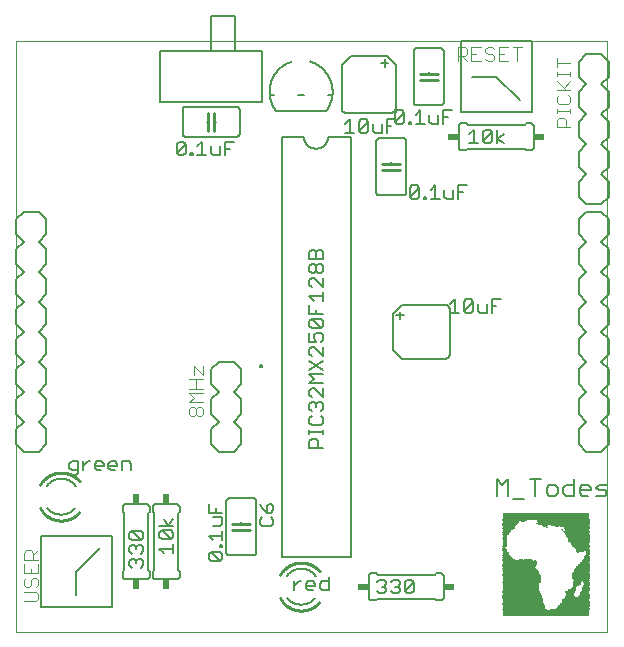
<source format=gto>
G75*
%MOIN*%
%OFA0B0*%
%FSLAX25Y25*%
%IPPOS*%
%LPD*%
%AMOC8*
5,1,8,0,0,1.08239X$1,22.5*
%
%ADD10C,0.00000*%
%ADD11C,0.00500*%
%ADD12R,0.28950X0.00150*%
%ADD13R,0.14400X0.00150*%
%ADD14R,0.00150X0.00150*%
%ADD15R,0.13350X0.00150*%
%ADD16R,0.14250X0.00150*%
%ADD17R,0.12000X0.00150*%
%ADD18R,0.11550X0.00150*%
%ADD19R,0.11250X0.00150*%
%ADD20R,0.14100X0.00150*%
%ADD21R,0.11100X0.00150*%
%ADD22R,0.10950X0.00150*%
%ADD23R,0.10800X0.00150*%
%ADD24R,0.10650X0.00150*%
%ADD25R,0.10500X0.00150*%
%ADD26R,0.10350X0.00150*%
%ADD27R,0.13950X0.00150*%
%ADD28R,0.10200X0.00150*%
%ADD29R,0.13800X0.00150*%
%ADD30R,0.10050X0.00150*%
%ADD31R,0.09900X0.00150*%
%ADD32R,0.09750X0.00150*%
%ADD33R,0.09600X0.00150*%
%ADD34R,0.13650X0.00150*%
%ADD35R,0.09300X0.00150*%
%ADD36R,0.13500X0.00150*%
%ADD37R,0.09150X0.00150*%
%ADD38R,0.09000X0.00150*%
%ADD39R,0.13200X0.00150*%
%ADD40R,0.08850X0.00150*%
%ADD41R,0.08400X0.00150*%
%ADD42R,0.13050X0.00150*%
%ADD43R,0.08250X0.00150*%
%ADD44R,0.08100X0.00150*%
%ADD45R,0.03450X0.00150*%
%ADD46R,0.04050X0.00150*%
%ADD47R,0.03150X0.00150*%
%ADD48R,0.03750X0.00150*%
%ADD49R,0.02850X0.00150*%
%ADD50R,0.03600X0.00150*%
%ADD51R,0.03300X0.00150*%
%ADD52R,0.12900X0.00150*%
%ADD53R,0.02700X0.00150*%
%ADD54R,0.12750X0.00150*%
%ADD55R,0.12600X0.00150*%
%ADD56R,0.03000X0.00150*%
%ADD57R,0.12450X0.00150*%
%ADD58R,0.12300X0.00150*%
%ADD59R,0.12150X0.00150*%
%ADD60R,0.02550X0.00150*%
%ADD61R,0.02400X0.00150*%
%ADD62R,0.01950X0.00150*%
%ADD63R,0.01650X0.00150*%
%ADD64R,0.01350X0.00150*%
%ADD65R,0.01200X0.00150*%
%ADD66R,0.02250X0.00150*%
%ADD67R,0.01050X0.00150*%
%ADD68R,0.02100X0.00150*%
%ADD69R,0.01800X0.00150*%
%ADD70R,0.05400X0.00150*%
%ADD71R,0.05550X0.00150*%
%ADD72R,0.05700X0.00150*%
%ADD73R,0.05850X0.00150*%
%ADD74R,0.06000X0.00150*%
%ADD75R,0.11850X0.00150*%
%ADD76R,0.11700X0.00150*%
%ADD77R,0.11400X0.00150*%
%ADD78R,0.05250X0.00150*%
%ADD79R,0.04950X0.00150*%
%ADD80R,0.04800X0.00150*%
%ADD81R,0.04650X0.00150*%
%ADD82R,0.04500X0.00150*%
%ADD83R,0.04350X0.00150*%
%ADD84R,0.04200X0.00150*%
%ADD85R,0.03900X0.00150*%
%ADD86R,0.00750X0.00150*%
%ADD87R,0.01500X0.00150*%
%ADD88R,0.00450X0.00150*%
%ADD89R,0.00900X0.00150*%
%ADD90R,0.05100X0.00150*%
%ADD91R,0.06150X0.00150*%
%ADD92R,0.06300X0.00150*%
%ADD93R,0.06450X0.00150*%
%ADD94R,0.06600X0.00150*%
%ADD95R,0.06750X0.00150*%
%ADD96R,0.06900X0.00150*%
%ADD97R,0.07050X0.00150*%
%ADD98R,0.07200X0.00150*%
%ADD99R,0.07350X0.00150*%
%ADD100R,0.07500X0.00150*%
%ADD101R,0.07650X0.00150*%
%ADD102R,0.07800X0.00150*%
%ADD103R,0.07950X0.00150*%
%ADD104R,0.08550X0.00150*%
%ADD105R,0.00300X0.00150*%
%ADD106R,0.17100X0.00150*%
%ADD107R,0.17400X0.00150*%
%ADD108R,0.17700X0.00150*%
%ADD109R,0.17550X0.00150*%
%ADD110R,0.17250X0.00150*%
%ADD111R,0.17850X0.00150*%
%ADD112C,0.00800*%
%ADD113C,0.00400*%
%ADD114C,0.00600*%
%ADD115C,0.01000*%
%ADD116R,0.03400X0.02400*%
%ADD117R,0.02400X0.03400*%
D10*
X0001800Y0001800D02*
X0001800Y0198650D01*
X0198650Y0198650D01*
X0198650Y0001800D01*
X0001800Y0001800D01*
D11*
X0009989Y0009989D02*
X0033611Y0009989D01*
X0033611Y0033611D01*
X0009989Y0033611D01*
X0009989Y0009989D01*
X0021800Y0013926D02*
X0021800Y0021800D01*
X0029674Y0029674D01*
X0039546Y0030006D02*
X0039546Y0028505D01*
X0040297Y0027754D01*
X0040297Y0026153D02*
X0041047Y0026153D01*
X0041798Y0025402D01*
X0042549Y0026153D01*
X0043299Y0026153D01*
X0044050Y0025402D01*
X0044050Y0023901D01*
X0043299Y0023150D01*
X0041798Y0024651D02*
X0041798Y0025402D01*
X0040297Y0026153D02*
X0039546Y0025402D01*
X0039546Y0023901D01*
X0040297Y0023150D01*
X0043299Y0027754D02*
X0044050Y0028505D01*
X0044050Y0030006D01*
X0043299Y0030756D01*
X0042549Y0030756D01*
X0041798Y0030006D01*
X0041798Y0029255D01*
X0041798Y0030006D02*
X0041047Y0030756D01*
X0040297Y0030756D01*
X0039546Y0030006D01*
X0040297Y0032358D02*
X0039546Y0033108D01*
X0039546Y0034610D01*
X0040297Y0035360D01*
X0043299Y0032358D01*
X0044050Y0033108D01*
X0044050Y0034610D01*
X0043299Y0035360D01*
X0040297Y0035360D01*
X0040297Y0032358D02*
X0043299Y0032358D01*
X0049546Y0033260D02*
X0049546Y0034761D01*
X0050297Y0035512D01*
X0053299Y0032509D01*
X0054050Y0033260D01*
X0054050Y0034761D01*
X0053299Y0035512D01*
X0050297Y0035512D01*
X0049546Y0037113D02*
X0054050Y0037113D01*
X0052549Y0037113D02*
X0051047Y0039365D01*
X0052549Y0037113D02*
X0054050Y0039365D01*
X0053299Y0032509D02*
X0050297Y0032509D01*
X0049546Y0033260D01*
X0049546Y0029407D02*
X0054050Y0029407D01*
X0054050Y0027906D02*
X0054050Y0030908D01*
X0051047Y0027906D02*
X0049546Y0029407D01*
X0066046Y0027584D02*
X0066046Y0026083D01*
X0066797Y0025332D01*
X0069799Y0025332D01*
X0066797Y0028335D01*
X0069799Y0028335D01*
X0070550Y0027584D01*
X0070550Y0026083D01*
X0069799Y0025332D01*
X0066797Y0028335D02*
X0066046Y0027584D01*
X0069799Y0029936D02*
X0069799Y0030687D01*
X0070550Y0030687D01*
X0070550Y0029936D01*
X0069799Y0029936D01*
X0070550Y0032238D02*
X0070550Y0035241D01*
X0070550Y0033739D02*
X0066046Y0033739D01*
X0067547Y0032238D01*
X0067547Y0036842D02*
X0069799Y0036842D01*
X0070550Y0037593D01*
X0070550Y0039845D01*
X0067547Y0039845D01*
X0068298Y0041446D02*
X0068298Y0042947D01*
X0066046Y0041446D02*
X0066046Y0044449D01*
X0066046Y0041446D02*
X0070550Y0041446D01*
X0083046Y0039094D02*
X0083046Y0037593D01*
X0083797Y0036842D01*
X0086799Y0036842D01*
X0087550Y0037593D01*
X0087550Y0039094D01*
X0086799Y0039845D01*
X0086799Y0041446D02*
X0087550Y0042197D01*
X0087550Y0043698D01*
X0086799Y0044449D01*
X0086049Y0044449D01*
X0085298Y0043698D01*
X0085298Y0041446D01*
X0086799Y0041446D01*
X0085298Y0041446D02*
X0083797Y0042947D01*
X0083046Y0044449D01*
X0083797Y0039845D02*
X0083046Y0039094D01*
X0094550Y0018553D02*
X0094550Y0015550D01*
X0094550Y0017051D02*
X0096051Y0018553D01*
X0096802Y0018553D01*
X0098387Y0017802D02*
X0098387Y0016301D01*
X0099137Y0015550D01*
X0100639Y0015550D01*
X0101389Y0017051D02*
X0098387Y0017051D01*
X0098387Y0017802D02*
X0099137Y0018553D01*
X0100639Y0018553D01*
X0101389Y0017802D01*
X0101389Y0017051D01*
X0102991Y0016301D02*
X0102991Y0017802D01*
X0103741Y0018553D01*
X0105993Y0018553D01*
X0105993Y0020054D02*
X0105993Y0015550D01*
X0103741Y0015550D01*
X0102991Y0016301D01*
X0122138Y0015301D02*
X0122889Y0014550D01*
X0124390Y0014550D01*
X0125141Y0015301D01*
X0125141Y0016051D01*
X0124390Y0016802D01*
X0123639Y0016802D01*
X0124390Y0016802D02*
X0125141Y0017553D01*
X0125141Y0018303D01*
X0124390Y0019054D01*
X0122889Y0019054D01*
X0122138Y0018303D01*
X0126742Y0018303D02*
X0127493Y0019054D01*
X0128994Y0019054D01*
X0129745Y0018303D01*
X0129745Y0017553D01*
X0128994Y0016802D01*
X0129745Y0016051D01*
X0129745Y0015301D01*
X0128994Y0014550D01*
X0127493Y0014550D01*
X0126742Y0015301D01*
X0128243Y0016802D02*
X0128994Y0016802D01*
X0131346Y0015301D02*
X0131346Y0018303D01*
X0132097Y0019054D01*
X0133598Y0019054D01*
X0134349Y0018303D01*
X0131346Y0015301D01*
X0132097Y0014550D01*
X0133598Y0014550D01*
X0134349Y0015301D01*
X0134349Y0018303D01*
X0162050Y0047050D02*
X0162050Y0052555D01*
X0163885Y0050720D01*
X0165720Y0052555D01*
X0165720Y0047050D01*
X0167575Y0046133D02*
X0171245Y0046133D01*
X0174934Y0047050D02*
X0174934Y0052555D01*
X0173099Y0052555D02*
X0176769Y0052555D01*
X0178624Y0049802D02*
X0178624Y0047967D01*
X0179542Y0047050D01*
X0181377Y0047050D01*
X0182294Y0047967D01*
X0182294Y0049802D01*
X0181377Y0050720D01*
X0179542Y0050720D01*
X0178624Y0049802D01*
X0184149Y0049802D02*
X0185066Y0050720D01*
X0187819Y0050720D01*
X0187819Y0052555D02*
X0187819Y0047050D01*
X0185066Y0047050D01*
X0184149Y0047967D01*
X0184149Y0049802D01*
X0189674Y0049802D02*
X0190591Y0050720D01*
X0192426Y0050720D01*
X0193343Y0049802D01*
X0193343Y0048885D01*
X0189674Y0048885D01*
X0189674Y0049802D02*
X0189674Y0047967D01*
X0190591Y0047050D01*
X0192426Y0047050D01*
X0195198Y0047050D02*
X0197951Y0047050D01*
X0198868Y0047967D01*
X0197951Y0048885D01*
X0196116Y0048885D01*
X0195198Y0049802D01*
X0196116Y0050720D01*
X0198868Y0050720D01*
X0160362Y0108050D02*
X0160362Y0112554D01*
X0163364Y0112554D01*
X0161863Y0110302D02*
X0160362Y0110302D01*
X0158760Y0111053D02*
X0158760Y0108050D01*
X0156508Y0108050D01*
X0155758Y0108801D01*
X0155758Y0111053D01*
X0154156Y0111803D02*
X0154156Y0108801D01*
X0153406Y0108050D01*
X0151905Y0108050D01*
X0151154Y0108801D01*
X0154156Y0111803D01*
X0153406Y0112554D01*
X0151905Y0112554D01*
X0151154Y0111803D01*
X0151154Y0108801D01*
X0149553Y0108050D02*
X0146550Y0108050D01*
X0148051Y0108050D02*
X0148051Y0112554D01*
X0146550Y0111053D01*
X0147562Y0146050D02*
X0145310Y0146050D01*
X0144560Y0146801D01*
X0144560Y0149053D01*
X0147562Y0149053D02*
X0147562Y0146050D01*
X0149164Y0146050D02*
X0149164Y0150554D01*
X0152166Y0150554D01*
X0150665Y0148302D02*
X0149164Y0148302D01*
X0142958Y0146050D02*
X0139956Y0146050D01*
X0141457Y0146050D02*
X0141457Y0150554D01*
X0139956Y0149053D01*
X0138405Y0146801D02*
X0138405Y0146050D01*
X0137654Y0146050D01*
X0137654Y0146801D01*
X0138405Y0146801D01*
X0136053Y0146801D02*
X0136053Y0149803D01*
X0133050Y0146801D01*
X0133801Y0146050D01*
X0135302Y0146050D01*
X0136053Y0146801D01*
X0136053Y0149803D02*
X0135302Y0150554D01*
X0133801Y0150554D01*
X0133050Y0149803D01*
X0133050Y0146801D01*
X0125362Y0168050D02*
X0125362Y0172554D01*
X0128364Y0172554D01*
X0128050Y0171801D02*
X0128801Y0171050D01*
X0130302Y0171050D01*
X0131053Y0171801D01*
X0131053Y0174803D01*
X0128050Y0171801D01*
X0128050Y0174803D01*
X0128801Y0175554D01*
X0130302Y0175554D01*
X0131053Y0174803D01*
X0132654Y0171801D02*
X0133405Y0171801D01*
X0133405Y0171050D01*
X0132654Y0171050D01*
X0132654Y0171801D01*
X0134956Y0171050D02*
X0137958Y0171050D01*
X0136457Y0171050D02*
X0136457Y0175554D01*
X0134956Y0174053D01*
X0139560Y0174053D02*
X0139560Y0171801D01*
X0140310Y0171050D01*
X0142562Y0171050D01*
X0142562Y0174053D01*
X0144164Y0173302D02*
X0145665Y0173302D01*
X0144164Y0171050D02*
X0144164Y0175554D01*
X0147166Y0175554D01*
X0149989Y0174989D02*
X0173611Y0174989D01*
X0173611Y0198611D01*
X0149989Y0198611D01*
X0149989Y0174989D01*
X0154407Y0169054D02*
X0154407Y0164550D01*
X0152906Y0164550D02*
X0155908Y0164550D01*
X0157509Y0165301D02*
X0160512Y0168303D01*
X0160512Y0165301D01*
X0159761Y0164550D01*
X0158260Y0164550D01*
X0157509Y0165301D01*
X0157509Y0168303D01*
X0158260Y0169054D01*
X0159761Y0169054D01*
X0160512Y0168303D01*
X0162113Y0169054D02*
X0162113Y0164550D01*
X0162113Y0166051D02*
X0164365Y0167553D01*
X0162113Y0166051D02*
X0164365Y0164550D01*
X0154407Y0169054D02*
X0152906Y0167553D01*
X0169674Y0178926D02*
X0161800Y0186800D01*
X0153926Y0186800D01*
X0126863Y0170302D02*
X0125362Y0170302D01*
X0123760Y0171053D02*
X0123760Y0168050D01*
X0121508Y0168050D01*
X0120758Y0168801D01*
X0120758Y0171053D01*
X0119156Y0171803D02*
X0119156Y0168801D01*
X0118406Y0168050D01*
X0116905Y0168050D01*
X0116154Y0168801D01*
X0119156Y0171803D01*
X0118406Y0172554D01*
X0116905Y0172554D01*
X0116154Y0171803D01*
X0116154Y0168801D01*
X0114553Y0168050D02*
X0111550Y0168050D01*
X0113051Y0168050D02*
X0113051Y0172554D01*
X0111550Y0171053D01*
X0105046Y0175300D02*
X0088554Y0175300D01*
X0087927Y0180800D02*
X0086348Y0180800D01*
X0083729Y0178335D02*
X0049871Y0178335D01*
X0049871Y0195265D01*
X0066800Y0195265D01*
X0066800Y0207076D01*
X0074674Y0207076D01*
X0074674Y0195265D01*
X0083729Y0195265D01*
X0083729Y0178335D01*
X0095673Y0180800D02*
X0097927Y0180800D01*
X0088554Y0175300D02*
X0088401Y0175499D01*
X0088253Y0175701D01*
X0088110Y0175906D01*
X0087972Y0176115D01*
X0087839Y0176327D01*
X0087711Y0176542D01*
X0087589Y0176760D01*
X0087471Y0176981D01*
X0087359Y0177205D01*
X0087252Y0177431D01*
X0087151Y0177660D01*
X0087055Y0177891D01*
X0086964Y0178125D01*
X0086879Y0178360D01*
X0086800Y0178598D01*
X0086727Y0178837D01*
X0086659Y0179078D01*
X0086597Y0179320D01*
X0086541Y0179564D01*
X0086490Y0179810D01*
X0086446Y0180056D01*
X0086407Y0180303D01*
X0086375Y0180551D01*
X0086348Y0180800D01*
X0099896Y0191833D02*
X0100138Y0191755D01*
X0100378Y0191671D01*
X0100616Y0191582D01*
X0100852Y0191486D01*
X0101086Y0191385D01*
X0101317Y0191279D01*
X0101545Y0191166D01*
X0101771Y0191049D01*
X0101994Y0190926D01*
X0102213Y0190797D01*
X0102430Y0190663D01*
X0102643Y0190524D01*
X0102853Y0190380D01*
X0103059Y0190231D01*
X0103261Y0190077D01*
X0103460Y0189918D01*
X0103655Y0189754D01*
X0103846Y0189585D01*
X0104032Y0189412D01*
X0104215Y0189235D01*
X0104393Y0189053D01*
X0104566Y0188867D01*
X0104735Y0188676D01*
X0104899Y0188482D01*
X0105059Y0188284D01*
X0105214Y0188082D01*
X0105363Y0187876D01*
X0105508Y0187667D01*
X0105648Y0187454D01*
X0105782Y0187238D01*
X0105911Y0187018D01*
X0106035Y0186796D01*
X0106154Y0186571D01*
X0106266Y0186343D01*
X0106374Y0186112D01*
X0106475Y0185879D01*
X0106571Y0185643D01*
X0106662Y0185405D01*
X0106746Y0185165D01*
X0106825Y0184923D01*
X0106898Y0184679D01*
X0106964Y0184433D01*
X0107025Y0184186D01*
X0107080Y0183938D01*
X0107129Y0183688D01*
X0107172Y0183437D01*
X0107208Y0183185D01*
X0107239Y0182933D01*
X0107263Y0182679D01*
X0107281Y0182426D01*
X0107293Y0182171D01*
X0107299Y0181917D01*
X0107299Y0181662D01*
X0107293Y0181408D01*
X0107280Y0181154D01*
X0107261Y0180900D01*
X0107236Y0180647D01*
X0107205Y0180394D01*
X0107168Y0180142D01*
X0107125Y0179892D01*
X0107076Y0179642D01*
X0107021Y0179393D01*
X0106959Y0179146D01*
X0106892Y0178901D01*
X0106819Y0178657D01*
X0106740Y0178415D01*
X0106655Y0178176D01*
X0106564Y0177938D01*
X0106467Y0177702D01*
X0106365Y0177469D01*
X0106257Y0177239D01*
X0106144Y0177011D01*
X0106025Y0176786D01*
X0105901Y0176564D01*
X0105772Y0176345D01*
X0105637Y0176129D01*
X0105497Y0175916D01*
X0105351Y0175707D01*
X0105201Y0175502D01*
X0105046Y0175300D01*
X0105673Y0180800D02*
X0107252Y0180800D01*
X0093704Y0191833D02*
X0093460Y0191755D01*
X0093218Y0191670D01*
X0092979Y0191580D01*
X0092741Y0191484D01*
X0092506Y0191382D01*
X0092273Y0191274D01*
X0092043Y0191161D01*
X0091816Y0191042D01*
X0091592Y0190918D01*
X0091371Y0190788D01*
X0091154Y0190653D01*
X0090939Y0190512D01*
X0090728Y0190366D01*
X0090521Y0190216D01*
X0090318Y0190060D01*
X0090118Y0189899D01*
X0089922Y0189734D01*
X0089731Y0189564D01*
X0089543Y0189389D01*
X0089360Y0189209D01*
X0089182Y0189026D01*
X0089007Y0188837D01*
X0088838Y0188645D01*
X0088673Y0188449D01*
X0088513Y0188248D01*
X0088359Y0188044D01*
X0088209Y0187836D01*
X0088064Y0187625D01*
X0087924Y0187410D01*
X0087790Y0187192D01*
X0087661Y0186970D01*
X0087538Y0186746D01*
X0087420Y0186518D01*
X0087307Y0186288D01*
X0087201Y0186055D01*
X0087100Y0185819D01*
X0087004Y0185581D01*
X0086915Y0185341D01*
X0086832Y0185099D01*
X0086754Y0184854D01*
X0086683Y0184608D01*
X0086617Y0184360D01*
X0086558Y0184111D01*
X0086504Y0183861D01*
X0086457Y0183609D01*
X0086416Y0183356D01*
X0086381Y0183102D01*
X0086352Y0182847D01*
X0086330Y0182592D01*
X0086314Y0182336D01*
X0086304Y0182080D01*
X0086300Y0181824D01*
X0086303Y0181567D01*
X0086311Y0181311D01*
X0086326Y0181055D01*
X0086348Y0180800D01*
X0074674Y0195265D02*
X0066800Y0195265D01*
X0063739Y0165054D02*
X0063739Y0160550D01*
X0062238Y0160550D02*
X0065241Y0160550D01*
X0066842Y0161301D02*
X0067593Y0160550D01*
X0069845Y0160550D01*
X0069845Y0163553D01*
X0071446Y0162802D02*
X0072947Y0162802D01*
X0071446Y0160550D02*
X0071446Y0165054D01*
X0074449Y0165054D01*
X0066842Y0163553D02*
X0066842Y0161301D01*
X0063739Y0165054D02*
X0062238Y0163553D01*
X0060687Y0161301D02*
X0060687Y0160550D01*
X0059936Y0160550D01*
X0059936Y0161301D01*
X0060687Y0161301D01*
X0058335Y0161301D02*
X0058335Y0164303D01*
X0055332Y0161301D01*
X0056083Y0160550D01*
X0057584Y0160550D01*
X0058335Y0161301D01*
X0058335Y0164303D02*
X0057584Y0165054D01*
X0056083Y0165054D01*
X0055332Y0164303D01*
X0055332Y0161301D01*
X0099546Y0128198D02*
X0099546Y0125946D01*
X0104050Y0125946D01*
X0104050Y0128198D01*
X0103299Y0128948D01*
X0102549Y0128948D01*
X0101798Y0128198D01*
X0101798Y0125946D01*
X0101047Y0124345D02*
X0101798Y0123594D01*
X0101798Y0122093D01*
X0101047Y0121342D01*
X0100297Y0121342D01*
X0099546Y0122093D01*
X0099546Y0123594D01*
X0100297Y0124345D01*
X0101047Y0124345D01*
X0101798Y0123594D02*
X0102549Y0124345D01*
X0103299Y0124345D01*
X0104050Y0123594D01*
X0104050Y0122093D01*
X0103299Y0121342D01*
X0102549Y0121342D01*
X0101798Y0122093D01*
X0101047Y0119741D02*
X0100297Y0119741D01*
X0099546Y0118990D01*
X0099546Y0117489D01*
X0100297Y0116738D01*
X0101047Y0119741D02*
X0104050Y0116738D01*
X0104050Y0119741D01*
X0104050Y0115137D02*
X0104050Y0112134D01*
X0104050Y0113635D02*
X0099546Y0113635D01*
X0101047Y0112134D01*
X0099546Y0110533D02*
X0099546Y0107530D01*
X0104050Y0107530D01*
X0103299Y0105929D02*
X0104050Y0105178D01*
X0104050Y0103677D01*
X0103299Y0102926D01*
X0100297Y0105929D01*
X0103299Y0105929D01*
X0101798Y0107530D02*
X0101798Y0109032D01*
X0100297Y0105929D02*
X0099546Y0105178D01*
X0099546Y0103677D01*
X0100297Y0102926D01*
X0103299Y0102926D01*
X0103299Y0101325D02*
X0101798Y0101325D01*
X0101047Y0100574D01*
X0101047Y0099824D01*
X0101798Y0098322D01*
X0099546Y0098322D01*
X0099546Y0101325D01*
X0103299Y0101325D02*
X0104050Y0100574D01*
X0104050Y0099073D01*
X0103299Y0098322D01*
X0104050Y0096721D02*
X0104050Y0093718D01*
X0101047Y0096721D01*
X0100297Y0096721D01*
X0099546Y0095970D01*
X0099546Y0094469D01*
X0100297Y0093718D01*
X0099546Y0092117D02*
X0104050Y0089115D01*
X0104050Y0087513D02*
X0099546Y0087513D01*
X0101047Y0086012D01*
X0099546Y0084511D01*
X0104050Y0084511D01*
X0104050Y0082909D02*
X0104050Y0079907D01*
X0101047Y0082909D01*
X0100297Y0082909D01*
X0099546Y0082159D01*
X0099546Y0080657D01*
X0100297Y0079907D01*
X0100297Y0078305D02*
X0099546Y0077555D01*
X0099546Y0076053D01*
X0100297Y0075303D01*
X0100297Y0073701D02*
X0099546Y0072951D01*
X0099546Y0071449D01*
X0100297Y0070699D01*
X0103299Y0070699D01*
X0104050Y0071449D01*
X0104050Y0072951D01*
X0103299Y0073701D01*
X0103299Y0075303D02*
X0104050Y0076053D01*
X0104050Y0077555D01*
X0103299Y0078305D01*
X0102549Y0078305D01*
X0101798Y0077555D01*
X0101798Y0076804D01*
X0101798Y0077555D02*
X0101047Y0078305D01*
X0100297Y0078305D01*
X0099546Y0069131D02*
X0099546Y0067630D01*
X0099546Y0068380D02*
X0104050Y0068380D01*
X0104050Y0067630D02*
X0104050Y0069131D01*
X0101798Y0066028D02*
X0102549Y0065278D01*
X0102549Y0063026D01*
X0104050Y0063026D02*
X0099546Y0063026D01*
X0099546Y0065278D01*
X0100297Y0066028D01*
X0101798Y0066028D01*
X0099546Y0089115D02*
X0104050Y0092117D01*
X0083750Y0090799D02*
X0083750Y0090048D01*
X0082999Y0090048D01*
X0082999Y0090799D01*
X0083750Y0090799D01*
X0099546Y0128198D02*
X0100297Y0128948D01*
X0101047Y0128948D01*
X0101798Y0128198D01*
X0039450Y0058553D02*
X0037198Y0058553D01*
X0037198Y0055550D01*
X0035597Y0057051D02*
X0032594Y0057051D01*
X0032594Y0056301D02*
X0032594Y0057802D01*
X0033345Y0058553D01*
X0034846Y0058553D01*
X0035597Y0057802D01*
X0035597Y0057051D01*
X0034846Y0055550D02*
X0033345Y0055550D01*
X0032594Y0056301D01*
X0030993Y0057051D02*
X0027991Y0057051D01*
X0027991Y0056301D02*
X0027991Y0057802D01*
X0028741Y0058553D01*
X0030242Y0058553D01*
X0030993Y0057802D01*
X0030993Y0057051D01*
X0030242Y0055550D02*
X0028741Y0055550D01*
X0027991Y0056301D01*
X0026406Y0058553D02*
X0025655Y0058553D01*
X0024154Y0057051D01*
X0024154Y0055550D02*
X0024154Y0058553D01*
X0022553Y0058553D02*
X0020301Y0058553D01*
X0019550Y0057802D01*
X0019550Y0056301D01*
X0020301Y0055550D01*
X0022553Y0055550D01*
X0022553Y0054799D02*
X0022553Y0058553D01*
X0022553Y0054799D02*
X0021802Y0054049D01*
X0021051Y0054049D01*
X0039450Y0058553D02*
X0040201Y0057802D01*
X0040201Y0055550D01*
D12*
X0178500Y0041100D03*
X0178500Y0040950D03*
X0178500Y0040800D03*
X0178500Y0040650D03*
X0178500Y0040500D03*
X0178500Y0040350D03*
X0178500Y0040200D03*
X0178500Y0040050D03*
X0178500Y0039900D03*
X0178500Y0039750D03*
X0178500Y0039600D03*
X0178500Y0039450D03*
X0178500Y0039300D03*
X0178500Y0039150D03*
X0178500Y0008700D03*
X0178500Y0008550D03*
X0178500Y0008400D03*
X0178500Y0008250D03*
X0178500Y0008100D03*
X0178500Y0007950D03*
X0178500Y0007800D03*
X0178500Y0007650D03*
X0178500Y0007500D03*
X0178500Y0007350D03*
X0178500Y0007200D03*
X0178500Y0007050D03*
D13*
X0171225Y0008850D03*
D14*
X0178650Y0008850D03*
X0184350Y0035100D03*
X0184200Y0035250D03*
X0184050Y0035400D03*
X0184050Y0035550D03*
X0183900Y0035700D03*
X0173700Y0038850D03*
X0171600Y0038400D03*
D15*
X0170700Y0012000D03*
X0170700Y0011850D03*
X0170700Y0011700D03*
X0170700Y0011550D03*
X0186300Y0008850D03*
D16*
X0171150Y0009000D03*
X0171150Y0009150D03*
X0171150Y0009300D03*
X0171150Y0009750D03*
X0171150Y0009900D03*
X0171150Y0010050D03*
D17*
X0170025Y0015750D03*
X0170025Y0015900D03*
X0170025Y0016050D03*
X0170025Y0016200D03*
X0170025Y0016350D03*
X0170025Y0016500D03*
X0170025Y0021450D03*
X0170025Y0021600D03*
X0186975Y0009000D03*
D18*
X0187200Y0009150D03*
X0169800Y0022050D03*
D19*
X0169650Y0022350D03*
X0169650Y0023850D03*
X0169650Y0024150D03*
X0169650Y0024300D03*
X0169650Y0024600D03*
X0169650Y0024900D03*
X0169650Y0025050D03*
X0187350Y0009300D03*
D20*
X0171075Y0009450D03*
X0171075Y0009600D03*
X0171075Y0010200D03*
D21*
X0169575Y0022500D03*
X0169575Y0022650D03*
X0169575Y0022800D03*
X0169575Y0023250D03*
X0169575Y0023400D03*
X0169575Y0023550D03*
X0169575Y0023700D03*
X0169575Y0024000D03*
X0187425Y0009450D03*
D22*
X0187500Y0009600D03*
X0169500Y0022950D03*
X0169500Y0023100D03*
D23*
X0169425Y0039000D03*
X0187575Y0009750D03*
D24*
X0187650Y0009900D03*
D25*
X0187725Y0010050D03*
D26*
X0187800Y0010200D03*
D27*
X0171000Y0010350D03*
D28*
X0187875Y0010350D03*
D29*
X0170925Y0010500D03*
X0170925Y0010650D03*
X0170925Y0010800D03*
X0170925Y0010950D03*
X0170925Y0011100D03*
D30*
X0169050Y0025200D03*
X0187950Y0010500D03*
D31*
X0188025Y0010650D03*
X0188025Y0010800D03*
D32*
X0188100Y0010950D03*
D33*
X0188175Y0011100D03*
D34*
X0170850Y0011250D03*
D35*
X0188325Y0011250D03*
D36*
X0170775Y0011400D03*
D37*
X0188400Y0011400D03*
X0188400Y0011550D03*
X0188400Y0011700D03*
D38*
X0188475Y0011850D03*
X0188475Y0012000D03*
X0188475Y0012150D03*
X0188475Y0012300D03*
X0168525Y0038850D03*
D39*
X0170625Y0012600D03*
X0170625Y0012450D03*
X0170625Y0012300D03*
X0170625Y0012150D03*
D40*
X0188550Y0012450D03*
D41*
X0188775Y0012600D03*
X0188775Y0034500D03*
X0188775Y0035100D03*
X0188775Y0036150D03*
X0188775Y0036300D03*
D42*
X0186450Y0037200D03*
X0170550Y0013650D03*
X0170550Y0013500D03*
X0170550Y0013350D03*
X0170550Y0013200D03*
X0170550Y0013050D03*
X0170550Y0012900D03*
X0170550Y0012750D03*
D43*
X0188850Y0012750D03*
X0188850Y0034350D03*
X0188850Y0035250D03*
X0188850Y0035400D03*
X0188850Y0035550D03*
X0188850Y0035700D03*
X0188850Y0035850D03*
X0188850Y0036000D03*
D44*
X0188925Y0034200D03*
X0188925Y0034050D03*
X0188925Y0012900D03*
X0168075Y0038700D03*
D45*
X0165750Y0035550D03*
X0165750Y0025950D03*
X0186750Y0013050D03*
X0191250Y0013500D03*
X0191250Y0024150D03*
D46*
X0190950Y0023550D03*
X0190950Y0013050D03*
X0166050Y0025500D03*
X0166050Y0036000D03*
X0166050Y0036150D03*
X0166050Y0036750D03*
D47*
X0165600Y0026250D03*
X0186450Y0014700D03*
X0186600Y0014850D03*
X0186600Y0013200D03*
X0191400Y0013950D03*
X0191400Y0014100D03*
X0191400Y0024450D03*
D48*
X0191100Y0023850D03*
X0191100Y0013200D03*
X0165900Y0025800D03*
X0165900Y0035850D03*
D49*
X0165450Y0035400D03*
X0165450Y0026400D03*
X0186450Y0014400D03*
X0186450Y0014250D03*
X0186600Y0013800D03*
X0186600Y0013650D03*
X0186600Y0013500D03*
X0186600Y0013350D03*
X0186900Y0015150D03*
X0188850Y0018150D03*
X0189000Y0018450D03*
X0191550Y0015150D03*
X0191550Y0015000D03*
X0191550Y0014850D03*
X0191550Y0024750D03*
D50*
X0191175Y0024000D03*
X0191175Y0013350D03*
X0165825Y0035700D03*
D51*
X0165675Y0026100D03*
X0191325Y0024300D03*
X0191325Y0013800D03*
X0191325Y0013650D03*
D52*
X0170475Y0013800D03*
X0170475Y0013950D03*
X0170475Y0018450D03*
X0170475Y0018600D03*
X0170475Y0018750D03*
X0170475Y0018900D03*
D53*
X0165375Y0026550D03*
X0165375Y0035250D03*
X0186975Y0015300D03*
X0186525Y0014100D03*
X0186525Y0013950D03*
X0188775Y0018000D03*
X0188925Y0018300D03*
X0191625Y0015450D03*
X0191625Y0015300D03*
X0191625Y0024900D03*
D54*
X0186600Y0037050D03*
X0170400Y0019950D03*
X0170400Y0019800D03*
X0170400Y0019350D03*
X0170400Y0019200D03*
X0170400Y0019050D03*
X0170400Y0018300D03*
X0170400Y0014100D03*
D55*
X0170325Y0014250D03*
X0170325Y0014400D03*
X0170325Y0018150D03*
X0170325Y0019500D03*
X0170325Y0019650D03*
X0170325Y0020100D03*
X0170325Y0020250D03*
D56*
X0186375Y0014550D03*
X0186675Y0015000D03*
X0191475Y0014700D03*
X0191475Y0014550D03*
X0191475Y0014400D03*
X0191475Y0014250D03*
X0191475Y0024600D03*
D57*
X0170250Y0020550D03*
X0170250Y0020400D03*
X0170250Y0018000D03*
X0170250Y0015000D03*
X0170250Y0014850D03*
X0170250Y0014700D03*
X0170250Y0014550D03*
D58*
X0170175Y0015150D03*
X0170175Y0015300D03*
X0170175Y0017700D03*
X0170175Y0017850D03*
X0170175Y0020700D03*
X0170175Y0020850D03*
X0170175Y0021000D03*
D59*
X0170100Y0021150D03*
X0170100Y0021300D03*
X0170100Y0017550D03*
X0170100Y0017400D03*
X0170100Y0017250D03*
X0170100Y0017100D03*
X0170100Y0016950D03*
X0170100Y0016800D03*
X0170100Y0016650D03*
X0170100Y0015600D03*
X0170100Y0015450D03*
X0186900Y0036900D03*
D60*
X0189900Y0028500D03*
X0191700Y0025050D03*
X0191700Y0015750D03*
X0191700Y0015600D03*
X0187050Y0015450D03*
X0165300Y0026700D03*
X0165300Y0034950D03*
X0165300Y0035100D03*
D61*
X0165225Y0034800D03*
X0165225Y0027150D03*
X0165225Y0027000D03*
X0165225Y0026850D03*
X0172425Y0025500D03*
X0187125Y0015600D03*
X0188625Y0017400D03*
X0188625Y0017550D03*
X0188775Y0017700D03*
X0188775Y0017850D03*
X0191775Y0016200D03*
X0191775Y0016050D03*
X0191775Y0015900D03*
X0191775Y0025200D03*
X0191775Y0025350D03*
X0189825Y0028350D03*
D62*
X0192000Y0026250D03*
X0192000Y0026100D03*
X0192000Y0025950D03*
X0192000Y0025800D03*
X0192000Y0017850D03*
X0192000Y0017700D03*
X0192000Y0017550D03*
X0192000Y0017400D03*
X0192000Y0017250D03*
X0192000Y0017100D03*
X0188550Y0017250D03*
X0187350Y0015750D03*
X0165000Y0027750D03*
X0165000Y0027900D03*
X0165000Y0034050D03*
X0165000Y0034200D03*
D63*
X0164850Y0033750D03*
X0164850Y0028200D03*
X0164850Y0028050D03*
X0187500Y0015900D03*
X0192150Y0026700D03*
X0192150Y0026850D03*
D64*
X0192300Y0027300D03*
X0192300Y0027450D03*
X0192300Y0027600D03*
X0192300Y0027750D03*
X0192300Y0027900D03*
X0192300Y0028200D03*
X0192300Y0028350D03*
X0192300Y0028500D03*
X0189450Y0028200D03*
X0188250Y0016950D03*
X0187650Y0016050D03*
X0170250Y0025500D03*
X0164700Y0028500D03*
X0164700Y0030450D03*
X0164700Y0030600D03*
X0164700Y0030750D03*
X0164700Y0030900D03*
X0164700Y0031050D03*
X0164700Y0031200D03*
X0164700Y0031350D03*
X0164700Y0031500D03*
X0164700Y0031950D03*
X0164700Y0032100D03*
X0164700Y0033000D03*
X0164700Y0033150D03*
D65*
X0164625Y0032850D03*
X0164625Y0032700D03*
X0164625Y0032400D03*
X0164625Y0032250D03*
X0164625Y0031800D03*
X0164625Y0031650D03*
X0164625Y0030300D03*
X0164625Y0030150D03*
X0164625Y0029100D03*
X0164625Y0028650D03*
X0187725Y0016350D03*
X0187725Y0016200D03*
X0192375Y0028050D03*
D66*
X0191850Y0025500D03*
X0191850Y0018450D03*
X0191850Y0016950D03*
X0191850Y0016500D03*
X0191850Y0016350D03*
X0178050Y0037200D03*
X0165150Y0034650D03*
X0165150Y0027450D03*
X0165150Y0027300D03*
D67*
X0164550Y0028800D03*
X0164550Y0028950D03*
X0164550Y0029250D03*
X0164550Y0029400D03*
X0164550Y0030000D03*
X0164550Y0032550D03*
X0182250Y0036750D03*
X0183750Y0036750D03*
X0188100Y0016800D03*
X0187950Y0016650D03*
X0187950Y0016500D03*
D68*
X0191925Y0016650D03*
X0191925Y0016800D03*
X0191925Y0018000D03*
X0191925Y0018150D03*
X0191925Y0018300D03*
X0191925Y0025650D03*
X0165075Y0027600D03*
X0165075Y0034350D03*
X0165075Y0034500D03*
D69*
X0164925Y0033900D03*
X0178125Y0037050D03*
X0192075Y0026550D03*
X0192075Y0026400D03*
X0188475Y0017100D03*
D70*
X0190275Y0018600D03*
X0190275Y0018750D03*
X0190275Y0021600D03*
X0190275Y0021750D03*
X0190275Y0021900D03*
X0190275Y0022050D03*
X0190275Y0022200D03*
X0190275Y0029850D03*
X0166725Y0038100D03*
D71*
X0166800Y0038250D03*
X0166800Y0038400D03*
X0190200Y0021450D03*
X0190200Y0021300D03*
X0190200Y0019050D03*
X0190200Y0018900D03*
D72*
X0190125Y0019200D03*
X0190125Y0019350D03*
X0190125Y0019500D03*
X0190125Y0019950D03*
X0190125Y0020100D03*
X0190125Y0020250D03*
X0190125Y0021000D03*
X0190125Y0021150D03*
X0190125Y0030000D03*
D73*
X0190050Y0020850D03*
X0190050Y0020700D03*
X0190050Y0020400D03*
X0190050Y0019800D03*
X0190050Y0019650D03*
D74*
X0189975Y0020550D03*
X0189975Y0030150D03*
X0189975Y0030300D03*
X0189975Y0030450D03*
D75*
X0169950Y0021750D03*
D76*
X0169875Y0021900D03*
D77*
X0169725Y0022200D03*
X0169725Y0024450D03*
X0169725Y0024750D03*
D78*
X0166650Y0037950D03*
X0190350Y0029700D03*
X0190350Y0022350D03*
D79*
X0190500Y0022500D03*
X0190500Y0029400D03*
X0166500Y0037650D03*
D80*
X0166425Y0037500D03*
X0171375Y0025350D03*
X0190575Y0022650D03*
X0190575Y0029250D03*
D81*
X0190650Y0029100D03*
X0190650Y0022950D03*
X0190650Y0022800D03*
D82*
X0190725Y0023100D03*
X0190725Y0028950D03*
X0166275Y0037350D03*
D83*
X0166200Y0037200D03*
X0166200Y0037050D03*
X0166200Y0025350D03*
X0190800Y0023250D03*
X0190800Y0028800D03*
D84*
X0190875Y0028650D03*
X0190875Y0023400D03*
X0166125Y0036900D03*
D85*
X0165975Y0036600D03*
X0165975Y0036450D03*
X0165975Y0036300D03*
X0165975Y0025650D03*
X0191025Y0023700D03*
D86*
X0174750Y0025200D03*
X0164400Y0029700D03*
D87*
X0164775Y0028350D03*
X0164775Y0033300D03*
X0164775Y0033450D03*
X0164775Y0033600D03*
X0170625Y0038400D03*
X0178125Y0036900D03*
X0178125Y0036750D03*
X0192225Y0027150D03*
X0192225Y0027000D03*
D88*
X0189150Y0028050D03*
X0178650Y0036450D03*
D89*
X0178575Y0036600D03*
X0170625Y0038250D03*
X0164475Y0029850D03*
X0164475Y0029550D03*
D90*
X0166575Y0037800D03*
X0190425Y0029550D03*
D91*
X0189900Y0030600D03*
X0189900Y0030750D03*
D92*
X0189825Y0030900D03*
X0189825Y0031050D03*
D93*
X0189750Y0031200D03*
D94*
X0189675Y0031350D03*
D95*
X0189600Y0031500D03*
D96*
X0189525Y0031650D03*
D97*
X0189450Y0031800D03*
X0189450Y0031950D03*
X0189450Y0032100D03*
X0189450Y0032250D03*
X0189450Y0032400D03*
X0189450Y0032550D03*
D98*
X0189375Y0032700D03*
X0189375Y0032850D03*
D99*
X0189300Y0033000D03*
D100*
X0189225Y0033150D03*
D101*
X0189150Y0033300D03*
X0189150Y0033600D03*
D102*
X0189075Y0033750D03*
X0189075Y0033450D03*
X0167925Y0038550D03*
D103*
X0189000Y0033900D03*
D104*
X0188700Y0034650D03*
X0188700Y0034800D03*
X0188700Y0034950D03*
X0188700Y0036450D03*
X0188700Y0036600D03*
X0188700Y0036750D03*
D105*
X0182325Y0036600D03*
D106*
X0184425Y0037350D03*
D107*
X0184275Y0037500D03*
X0184275Y0037950D03*
X0184275Y0038250D03*
X0184275Y0038700D03*
X0184275Y0038850D03*
D108*
X0184125Y0037650D03*
D109*
X0184200Y0037800D03*
X0184200Y0038400D03*
X0184200Y0038550D03*
D110*
X0184350Y0038100D03*
D111*
X0184050Y0039000D03*
D112*
X0191800Y0061800D02*
X0189300Y0064300D01*
X0189300Y0069300D01*
X0191800Y0071800D01*
X0189300Y0074300D01*
X0189300Y0079300D01*
X0191800Y0081800D01*
X0189300Y0084300D01*
X0189300Y0089300D01*
X0191800Y0091800D01*
X0189300Y0094300D01*
X0189300Y0099300D01*
X0191800Y0101800D01*
X0189300Y0104300D01*
X0189300Y0109300D01*
X0191800Y0111800D01*
X0189300Y0114300D01*
X0189300Y0119300D01*
X0191800Y0121800D01*
X0189300Y0124300D01*
X0189300Y0129300D01*
X0191800Y0131800D01*
X0189300Y0134300D01*
X0189300Y0139300D01*
X0191800Y0141800D01*
X0196800Y0141800D01*
X0199300Y0139300D01*
X0199300Y0134300D01*
X0196800Y0131800D01*
X0199300Y0129300D01*
X0199300Y0124300D01*
X0196800Y0121800D01*
X0199300Y0119300D01*
X0199300Y0114300D01*
X0196800Y0111800D01*
X0199300Y0109300D01*
X0199300Y0104300D01*
X0196800Y0101800D01*
X0199300Y0099300D01*
X0199300Y0094300D01*
X0196800Y0091800D01*
X0199300Y0089300D01*
X0199300Y0084300D01*
X0196800Y0081800D01*
X0199300Y0079300D01*
X0199300Y0074300D01*
X0196800Y0071800D01*
X0199300Y0069300D01*
X0199300Y0064300D01*
X0196800Y0061800D01*
X0191800Y0061800D01*
X0191800Y0144300D02*
X0196800Y0144300D01*
X0199300Y0146800D01*
X0199300Y0151800D01*
X0196800Y0154300D01*
X0199300Y0156800D01*
X0199300Y0161800D01*
X0196800Y0164300D01*
X0199300Y0166800D01*
X0199300Y0171800D01*
X0196800Y0174300D01*
X0199300Y0176800D01*
X0199300Y0181800D01*
X0196800Y0184300D01*
X0199300Y0186800D01*
X0199300Y0191800D01*
X0196800Y0194300D01*
X0191800Y0194300D01*
X0189300Y0191800D01*
X0189300Y0186800D01*
X0191800Y0184300D01*
X0189300Y0181800D01*
X0189300Y0176800D01*
X0191800Y0174300D01*
X0189300Y0171800D01*
X0189300Y0166800D01*
X0191800Y0164300D01*
X0189300Y0161800D01*
X0189300Y0156800D01*
X0191800Y0154300D01*
X0189300Y0151800D01*
X0189300Y0146800D01*
X0191800Y0144300D01*
X0076800Y0089300D02*
X0076800Y0084300D01*
X0074300Y0081800D01*
X0076800Y0079300D01*
X0076800Y0074300D01*
X0074300Y0071800D01*
X0076800Y0069300D01*
X0076800Y0064300D01*
X0074300Y0061800D01*
X0069300Y0061800D01*
X0066800Y0064300D01*
X0066800Y0069300D01*
X0069300Y0071800D01*
X0066800Y0074300D01*
X0066800Y0079300D01*
X0069300Y0081800D01*
X0066800Y0084300D01*
X0066800Y0089300D01*
X0069300Y0091800D01*
X0074300Y0091800D01*
X0076800Y0089300D01*
X0011800Y0089300D02*
X0011800Y0084300D01*
X0009300Y0081800D01*
X0011800Y0079300D01*
X0011800Y0074300D01*
X0009300Y0071800D01*
X0011800Y0069300D01*
X0011800Y0064300D01*
X0009300Y0061800D01*
X0004300Y0061800D01*
X0001800Y0064300D01*
X0001800Y0069300D01*
X0004300Y0071800D01*
X0001800Y0074300D01*
X0001800Y0079300D01*
X0004300Y0081800D01*
X0001800Y0084300D01*
X0001800Y0089300D01*
X0004300Y0091800D01*
X0001800Y0094300D01*
X0001800Y0099300D01*
X0004300Y0101800D01*
X0001800Y0104300D01*
X0001800Y0109300D01*
X0004300Y0111800D01*
X0001800Y0114300D01*
X0001800Y0119300D01*
X0004300Y0121800D01*
X0001800Y0124300D01*
X0001800Y0129300D01*
X0004300Y0131800D01*
X0001800Y0134300D01*
X0001800Y0139300D01*
X0004300Y0141800D01*
X0009300Y0141800D01*
X0011800Y0139300D01*
X0011800Y0134300D01*
X0009300Y0131800D01*
X0011800Y0129300D01*
X0011800Y0124300D01*
X0009300Y0121800D01*
X0011800Y0119300D01*
X0011800Y0114300D01*
X0009300Y0111800D01*
X0011800Y0109300D01*
X0011800Y0104300D01*
X0009300Y0101800D01*
X0011800Y0099300D01*
X0011800Y0094300D01*
X0009300Y0091800D01*
X0011800Y0089300D01*
D113*
X0059496Y0085861D02*
X0064100Y0085861D01*
X0064100Y0087396D02*
X0064100Y0090465D01*
X0061031Y0090465D02*
X0064100Y0087396D01*
X0061798Y0085861D02*
X0061798Y0082792D01*
X0064100Y0082792D02*
X0059496Y0082792D01*
X0059496Y0081257D02*
X0064100Y0081257D01*
X0064100Y0078188D02*
X0059496Y0078188D01*
X0061031Y0079723D01*
X0059496Y0081257D01*
X0061031Y0087396D02*
X0061031Y0090465D01*
X0061031Y0076654D02*
X0061798Y0075886D01*
X0061798Y0074352D01*
X0061031Y0073584D01*
X0060263Y0073584D01*
X0059496Y0074352D01*
X0059496Y0075886D01*
X0060263Y0076654D01*
X0061031Y0076654D01*
X0061798Y0075886D02*
X0062565Y0076654D01*
X0063333Y0076654D01*
X0064100Y0075886D01*
X0064100Y0074352D01*
X0063333Y0073584D01*
X0062565Y0073584D01*
X0061798Y0074352D01*
X0009100Y0028881D02*
X0007565Y0027346D01*
X0007565Y0028114D02*
X0007565Y0025812D01*
X0009100Y0025812D02*
X0004496Y0025812D01*
X0004496Y0028114D01*
X0005263Y0028881D01*
X0006798Y0028881D01*
X0007565Y0028114D01*
X0009100Y0024277D02*
X0009100Y0021208D01*
X0004496Y0021208D01*
X0004496Y0024277D01*
X0006798Y0022742D02*
X0006798Y0021208D01*
X0007565Y0019673D02*
X0008333Y0019673D01*
X0009100Y0018906D01*
X0009100Y0017371D01*
X0008333Y0016604D01*
X0008333Y0015069D02*
X0004496Y0015069D01*
X0005263Y0016604D02*
X0006031Y0016604D01*
X0006798Y0017371D01*
X0006798Y0018906D01*
X0007565Y0019673D01*
X0005263Y0019673D02*
X0004496Y0018906D01*
X0004496Y0017371D01*
X0005263Y0016604D01*
X0008333Y0015069D02*
X0009100Y0014302D01*
X0009100Y0012767D01*
X0008333Y0012000D01*
X0004496Y0012000D01*
X0148980Y0192000D02*
X0148980Y0196604D01*
X0151282Y0196604D01*
X0152050Y0195837D01*
X0152050Y0194302D01*
X0151282Y0193535D01*
X0148980Y0193535D01*
X0150515Y0193535D02*
X0152050Y0192000D01*
X0153584Y0192000D02*
X0156654Y0192000D01*
X0158188Y0192767D02*
X0158955Y0192000D01*
X0160490Y0192000D01*
X0161257Y0192767D01*
X0161257Y0193535D01*
X0160490Y0194302D01*
X0158955Y0194302D01*
X0158188Y0195069D01*
X0158188Y0195837D01*
X0158955Y0196604D01*
X0160490Y0196604D01*
X0161257Y0195837D01*
X0162792Y0196604D02*
X0162792Y0192000D01*
X0165861Y0192000D01*
X0164327Y0194302D02*
X0162792Y0194302D01*
X0162792Y0196604D02*
X0165861Y0196604D01*
X0167396Y0196604D02*
X0170465Y0196604D01*
X0168931Y0196604D02*
X0168931Y0192000D01*
X0156654Y0196604D02*
X0153584Y0196604D01*
X0153584Y0192000D01*
X0153584Y0194302D02*
X0155119Y0194302D01*
X0181996Y0192965D02*
X0181996Y0189896D01*
X0181996Y0188361D02*
X0181996Y0186827D01*
X0181996Y0187594D02*
X0186600Y0187594D01*
X0186600Y0186827D02*
X0186600Y0188361D01*
X0186600Y0191431D02*
X0181996Y0191431D01*
X0181996Y0185292D02*
X0185065Y0182223D01*
X0184298Y0182990D02*
X0186600Y0185292D01*
X0186600Y0182223D02*
X0181996Y0182223D01*
X0182763Y0180688D02*
X0181996Y0179921D01*
X0181996Y0178386D01*
X0182763Y0177619D01*
X0185833Y0177619D01*
X0186600Y0178386D01*
X0186600Y0179921D01*
X0185833Y0180688D01*
X0186600Y0176084D02*
X0186600Y0174550D01*
X0186600Y0175317D02*
X0181996Y0175317D01*
X0181996Y0174550D02*
X0181996Y0176084D01*
X0182763Y0173015D02*
X0184298Y0173015D01*
X0185065Y0172248D01*
X0185065Y0169946D01*
X0186600Y0169946D02*
X0181996Y0169946D01*
X0181996Y0172248D01*
X0182763Y0173015D01*
D114*
X0174300Y0170300D02*
X0174300Y0163300D01*
X0174298Y0163240D01*
X0174293Y0163179D01*
X0174284Y0163120D01*
X0174271Y0163061D01*
X0174255Y0163002D01*
X0174235Y0162945D01*
X0174212Y0162890D01*
X0174185Y0162835D01*
X0174156Y0162783D01*
X0174123Y0162732D01*
X0174087Y0162683D01*
X0174049Y0162637D01*
X0174007Y0162593D01*
X0173963Y0162551D01*
X0173917Y0162513D01*
X0173868Y0162477D01*
X0173817Y0162444D01*
X0173765Y0162415D01*
X0173710Y0162388D01*
X0173655Y0162365D01*
X0173598Y0162345D01*
X0173539Y0162329D01*
X0173480Y0162316D01*
X0173421Y0162307D01*
X0173360Y0162302D01*
X0173300Y0162300D01*
X0171800Y0162300D01*
X0171300Y0162800D01*
X0152300Y0162800D01*
X0151800Y0162300D01*
X0150300Y0162300D01*
X0150240Y0162302D01*
X0150179Y0162307D01*
X0150120Y0162316D01*
X0150061Y0162329D01*
X0150002Y0162345D01*
X0149945Y0162365D01*
X0149890Y0162388D01*
X0149835Y0162415D01*
X0149783Y0162444D01*
X0149732Y0162477D01*
X0149683Y0162513D01*
X0149637Y0162551D01*
X0149593Y0162593D01*
X0149551Y0162637D01*
X0149513Y0162683D01*
X0149477Y0162732D01*
X0149444Y0162783D01*
X0149415Y0162835D01*
X0149388Y0162890D01*
X0149365Y0162945D01*
X0149345Y0163002D01*
X0149329Y0163061D01*
X0149316Y0163120D01*
X0149307Y0163179D01*
X0149302Y0163240D01*
X0149300Y0163300D01*
X0149300Y0170300D01*
X0149302Y0170360D01*
X0149307Y0170421D01*
X0149316Y0170480D01*
X0149329Y0170539D01*
X0149345Y0170598D01*
X0149365Y0170655D01*
X0149388Y0170710D01*
X0149415Y0170765D01*
X0149444Y0170817D01*
X0149477Y0170868D01*
X0149513Y0170917D01*
X0149551Y0170963D01*
X0149593Y0171007D01*
X0149637Y0171049D01*
X0149683Y0171087D01*
X0149732Y0171123D01*
X0149783Y0171156D01*
X0149835Y0171185D01*
X0149890Y0171212D01*
X0149945Y0171235D01*
X0150002Y0171255D01*
X0150061Y0171271D01*
X0150120Y0171284D01*
X0150179Y0171293D01*
X0150240Y0171298D01*
X0150300Y0171300D01*
X0151800Y0171300D01*
X0152300Y0170800D01*
X0171300Y0170800D01*
X0171800Y0171300D01*
X0173300Y0171300D01*
X0173360Y0171298D01*
X0173421Y0171293D01*
X0173480Y0171284D01*
X0173539Y0171271D01*
X0173598Y0171255D01*
X0173655Y0171235D01*
X0173710Y0171212D01*
X0173765Y0171185D01*
X0173817Y0171156D01*
X0173868Y0171123D01*
X0173917Y0171087D01*
X0173963Y0171049D01*
X0174007Y0171007D01*
X0174049Y0170963D01*
X0174087Y0170917D01*
X0174123Y0170868D01*
X0174156Y0170817D01*
X0174185Y0170765D01*
X0174212Y0170710D01*
X0174235Y0170655D01*
X0174255Y0170598D01*
X0174271Y0170539D01*
X0174284Y0170480D01*
X0174293Y0170421D01*
X0174298Y0170360D01*
X0174300Y0170300D01*
X0144300Y0178300D02*
X0144300Y0195300D01*
X0144298Y0195360D01*
X0144293Y0195421D01*
X0144284Y0195480D01*
X0144271Y0195539D01*
X0144255Y0195598D01*
X0144235Y0195655D01*
X0144212Y0195710D01*
X0144185Y0195765D01*
X0144156Y0195817D01*
X0144123Y0195868D01*
X0144087Y0195917D01*
X0144049Y0195963D01*
X0144007Y0196007D01*
X0143963Y0196049D01*
X0143917Y0196087D01*
X0143868Y0196123D01*
X0143817Y0196156D01*
X0143765Y0196185D01*
X0143710Y0196212D01*
X0143655Y0196235D01*
X0143598Y0196255D01*
X0143539Y0196271D01*
X0143480Y0196284D01*
X0143421Y0196293D01*
X0143360Y0196298D01*
X0143300Y0196300D01*
X0135300Y0196300D01*
X0135240Y0196298D01*
X0135179Y0196293D01*
X0135120Y0196284D01*
X0135061Y0196271D01*
X0135002Y0196255D01*
X0134945Y0196235D01*
X0134890Y0196212D01*
X0134835Y0196185D01*
X0134783Y0196156D01*
X0134732Y0196123D01*
X0134683Y0196087D01*
X0134637Y0196049D01*
X0134593Y0196007D01*
X0134551Y0195963D01*
X0134513Y0195917D01*
X0134477Y0195868D01*
X0134444Y0195817D01*
X0134415Y0195765D01*
X0134388Y0195710D01*
X0134365Y0195655D01*
X0134345Y0195598D01*
X0134329Y0195539D01*
X0134316Y0195480D01*
X0134307Y0195421D01*
X0134302Y0195360D01*
X0134300Y0195300D01*
X0134300Y0178300D01*
X0134302Y0178240D01*
X0134307Y0178179D01*
X0134316Y0178120D01*
X0134329Y0178061D01*
X0134345Y0178002D01*
X0134365Y0177945D01*
X0134388Y0177890D01*
X0134415Y0177835D01*
X0134444Y0177783D01*
X0134477Y0177732D01*
X0134513Y0177683D01*
X0134551Y0177637D01*
X0134593Y0177593D01*
X0134637Y0177551D01*
X0134683Y0177513D01*
X0134732Y0177477D01*
X0134783Y0177444D01*
X0134835Y0177415D01*
X0134890Y0177388D01*
X0134945Y0177365D01*
X0135002Y0177345D01*
X0135061Y0177329D01*
X0135120Y0177316D01*
X0135179Y0177307D01*
X0135240Y0177302D01*
X0135300Y0177300D01*
X0143300Y0177300D01*
X0143360Y0177302D01*
X0143421Y0177307D01*
X0143480Y0177316D01*
X0143539Y0177329D01*
X0143598Y0177345D01*
X0143655Y0177365D01*
X0143710Y0177388D01*
X0143765Y0177415D01*
X0143817Y0177444D01*
X0143868Y0177477D01*
X0143917Y0177513D01*
X0143963Y0177551D01*
X0144007Y0177593D01*
X0144049Y0177637D01*
X0144087Y0177683D01*
X0144123Y0177732D01*
X0144156Y0177783D01*
X0144185Y0177835D01*
X0144212Y0177890D01*
X0144235Y0177945D01*
X0144255Y0178002D01*
X0144271Y0178061D01*
X0144284Y0178120D01*
X0144293Y0178179D01*
X0144298Y0178240D01*
X0144300Y0178300D01*
X0139300Y0185300D02*
X0139300Y0185800D01*
X0139300Y0187800D02*
X0139300Y0188300D01*
X0128300Y0190800D02*
X0125300Y0193800D01*
X0113300Y0193800D01*
X0110300Y0190800D01*
X0110300Y0176300D01*
X0110302Y0176224D01*
X0110308Y0176148D01*
X0110317Y0176073D01*
X0110331Y0175998D01*
X0110348Y0175924D01*
X0110369Y0175851D01*
X0110393Y0175779D01*
X0110422Y0175708D01*
X0110453Y0175639D01*
X0110488Y0175572D01*
X0110527Y0175507D01*
X0110569Y0175443D01*
X0110614Y0175382D01*
X0110662Y0175323D01*
X0110713Y0175267D01*
X0110767Y0175213D01*
X0110823Y0175162D01*
X0110882Y0175114D01*
X0110943Y0175069D01*
X0111007Y0175027D01*
X0111072Y0174988D01*
X0111139Y0174953D01*
X0111208Y0174922D01*
X0111279Y0174893D01*
X0111351Y0174869D01*
X0111424Y0174848D01*
X0111498Y0174831D01*
X0111573Y0174817D01*
X0111648Y0174808D01*
X0111724Y0174802D01*
X0111800Y0174800D01*
X0126800Y0174800D01*
X0126876Y0174802D01*
X0126952Y0174808D01*
X0127027Y0174817D01*
X0127102Y0174831D01*
X0127176Y0174848D01*
X0127249Y0174869D01*
X0127321Y0174893D01*
X0127392Y0174922D01*
X0127461Y0174953D01*
X0127528Y0174988D01*
X0127593Y0175027D01*
X0127657Y0175069D01*
X0127718Y0175114D01*
X0127777Y0175162D01*
X0127833Y0175213D01*
X0127887Y0175267D01*
X0127938Y0175323D01*
X0127986Y0175382D01*
X0128031Y0175443D01*
X0128073Y0175507D01*
X0128112Y0175572D01*
X0128147Y0175639D01*
X0128178Y0175708D01*
X0128207Y0175779D01*
X0128231Y0175851D01*
X0128252Y0175924D01*
X0128269Y0175998D01*
X0128283Y0176073D01*
X0128292Y0176148D01*
X0128298Y0176224D01*
X0128300Y0176300D01*
X0128300Y0190800D01*
X0125900Y0191300D02*
X0123400Y0191300D01*
X0124700Y0190000D02*
X0124700Y0192600D01*
X0113300Y0166800D02*
X0105800Y0166800D01*
X0105798Y0166674D01*
X0105792Y0166549D01*
X0105782Y0166424D01*
X0105768Y0166299D01*
X0105751Y0166174D01*
X0105729Y0166050D01*
X0105704Y0165927D01*
X0105674Y0165805D01*
X0105641Y0165684D01*
X0105604Y0165564D01*
X0105564Y0165445D01*
X0105519Y0165328D01*
X0105471Y0165211D01*
X0105419Y0165097D01*
X0105364Y0164984D01*
X0105305Y0164873D01*
X0105243Y0164764D01*
X0105177Y0164657D01*
X0105108Y0164552D01*
X0105036Y0164449D01*
X0104961Y0164348D01*
X0104882Y0164250D01*
X0104800Y0164155D01*
X0104716Y0164062D01*
X0104628Y0163972D01*
X0104538Y0163884D01*
X0104445Y0163800D01*
X0104350Y0163718D01*
X0104252Y0163639D01*
X0104151Y0163564D01*
X0104048Y0163492D01*
X0103943Y0163423D01*
X0103836Y0163357D01*
X0103727Y0163295D01*
X0103616Y0163236D01*
X0103503Y0163181D01*
X0103389Y0163129D01*
X0103272Y0163081D01*
X0103155Y0163036D01*
X0103036Y0162996D01*
X0102916Y0162959D01*
X0102795Y0162926D01*
X0102673Y0162896D01*
X0102550Y0162871D01*
X0102426Y0162849D01*
X0102301Y0162832D01*
X0102176Y0162818D01*
X0102051Y0162808D01*
X0101926Y0162802D01*
X0101800Y0162800D01*
X0101674Y0162802D01*
X0101549Y0162808D01*
X0101424Y0162818D01*
X0101299Y0162832D01*
X0101174Y0162849D01*
X0101050Y0162871D01*
X0100927Y0162896D01*
X0100805Y0162926D01*
X0100684Y0162959D01*
X0100564Y0162996D01*
X0100445Y0163036D01*
X0100328Y0163081D01*
X0100211Y0163129D01*
X0100097Y0163181D01*
X0099984Y0163236D01*
X0099873Y0163295D01*
X0099764Y0163357D01*
X0099657Y0163423D01*
X0099552Y0163492D01*
X0099449Y0163564D01*
X0099348Y0163639D01*
X0099250Y0163718D01*
X0099155Y0163800D01*
X0099062Y0163884D01*
X0098972Y0163972D01*
X0098884Y0164062D01*
X0098800Y0164155D01*
X0098718Y0164250D01*
X0098639Y0164348D01*
X0098564Y0164449D01*
X0098492Y0164552D01*
X0098423Y0164657D01*
X0098357Y0164764D01*
X0098295Y0164873D01*
X0098236Y0164984D01*
X0098181Y0165097D01*
X0098129Y0165211D01*
X0098081Y0165328D01*
X0098036Y0165445D01*
X0097996Y0165564D01*
X0097959Y0165684D01*
X0097926Y0165805D01*
X0097896Y0165927D01*
X0097871Y0166050D01*
X0097849Y0166174D01*
X0097832Y0166299D01*
X0097818Y0166424D01*
X0097808Y0166549D01*
X0097802Y0166674D01*
X0097800Y0166800D01*
X0090300Y0166800D01*
X0090300Y0026800D01*
X0113300Y0026800D01*
X0113300Y0166800D01*
X0121800Y0165300D02*
X0121800Y0148300D01*
X0121802Y0148240D01*
X0121807Y0148179D01*
X0121816Y0148120D01*
X0121829Y0148061D01*
X0121845Y0148002D01*
X0121865Y0147945D01*
X0121888Y0147890D01*
X0121915Y0147835D01*
X0121944Y0147783D01*
X0121977Y0147732D01*
X0122013Y0147683D01*
X0122051Y0147637D01*
X0122093Y0147593D01*
X0122137Y0147551D01*
X0122183Y0147513D01*
X0122232Y0147477D01*
X0122283Y0147444D01*
X0122335Y0147415D01*
X0122390Y0147388D01*
X0122445Y0147365D01*
X0122502Y0147345D01*
X0122561Y0147329D01*
X0122620Y0147316D01*
X0122679Y0147307D01*
X0122740Y0147302D01*
X0122800Y0147300D01*
X0130800Y0147300D01*
X0130860Y0147302D01*
X0130921Y0147307D01*
X0130980Y0147316D01*
X0131039Y0147329D01*
X0131098Y0147345D01*
X0131155Y0147365D01*
X0131210Y0147388D01*
X0131265Y0147415D01*
X0131317Y0147444D01*
X0131368Y0147477D01*
X0131417Y0147513D01*
X0131463Y0147551D01*
X0131507Y0147593D01*
X0131549Y0147637D01*
X0131587Y0147683D01*
X0131623Y0147732D01*
X0131656Y0147783D01*
X0131685Y0147835D01*
X0131712Y0147890D01*
X0131735Y0147945D01*
X0131755Y0148002D01*
X0131771Y0148061D01*
X0131784Y0148120D01*
X0131793Y0148179D01*
X0131798Y0148240D01*
X0131800Y0148300D01*
X0131800Y0165300D01*
X0131798Y0165360D01*
X0131793Y0165421D01*
X0131784Y0165480D01*
X0131771Y0165539D01*
X0131755Y0165598D01*
X0131735Y0165655D01*
X0131712Y0165710D01*
X0131685Y0165765D01*
X0131656Y0165817D01*
X0131623Y0165868D01*
X0131587Y0165917D01*
X0131549Y0165963D01*
X0131507Y0166007D01*
X0131463Y0166049D01*
X0131417Y0166087D01*
X0131368Y0166123D01*
X0131317Y0166156D01*
X0131265Y0166185D01*
X0131210Y0166212D01*
X0131155Y0166235D01*
X0131098Y0166255D01*
X0131039Y0166271D01*
X0130980Y0166284D01*
X0130921Y0166293D01*
X0130860Y0166298D01*
X0130800Y0166300D01*
X0122800Y0166300D01*
X0122740Y0166298D01*
X0122679Y0166293D01*
X0122620Y0166284D01*
X0122561Y0166271D01*
X0122502Y0166255D01*
X0122445Y0166235D01*
X0122390Y0166212D01*
X0122335Y0166185D01*
X0122283Y0166156D01*
X0122232Y0166123D01*
X0122183Y0166087D01*
X0122137Y0166049D01*
X0122093Y0166007D01*
X0122051Y0165963D01*
X0122013Y0165917D01*
X0121977Y0165868D01*
X0121944Y0165817D01*
X0121915Y0165765D01*
X0121888Y0165710D01*
X0121865Y0165655D01*
X0121845Y0165598D01*
X0121829Y0165539D01*
X0121816Y0165480D01*
X0121807Y0165421D01*
X0121802Y0165360D01*
X0121800Y0165300D01*
X0126800Y0158300D02*
X0126800Y0157800D01*
X0126800Y0155800D02*
X0126800Y0155300D01*
X0130300Y0110800D02*
X0127300Y0107800D01*
X0127300Y0095800D01*
X0130300Y0092800D01*
X0144800Y0092800D01*
X0144876Y0092802D01*
X0144952Y0092808D01*
X0145027Y0092817D01*
X0145102Y0092831D01*
X0145176Y0092848D01*
X0145249Y0092869D01*
X0145321Y0092893D01*
X0145392Y0092922D01*
X0145461Y0092953D01*
X0145528Y0092988D01*
X0145593Y0093027D01*
X0145657Y0093069D01*
X0145718Y0093114D01*
X0145777Y0093162D01*
X0145833Y0093213D01*
X0145887Y0093267D01*
X0145938Y0093323D01*
X0145986Y0093382D01*
X0146031Y0093443D01*
X0146073Y0093507D01*
X0146112Y0093572D01*
X0146147Y0093639D01*
X0146178Y0093708D01*
X0146207Y0093779D01*
X0146231Y0093851D01*
X0146252Y0093924D01*
X0146269Y0093998D01*
X0146283Y0094073D01*
X0146292Y0094148D01*
X0146298Y0094224D01*
X0146300Y0094300D01*
X0146300Y0109300D01*
X0146298Y0109376D01*
X0146292Y0109452D01*
X0146283Y0109527D01*
X0146269Y0109602D01*
X0146252Y0109676D01*
X0146231Y0109749D01*
X0146207Y0109821D01*
X0146178Y0109892D01*
X0146147Y0109961D01*
X0146112Y0110028D01*
X0146073Y0110093D01*
X0146031Y0110157D01*
X0145986Y0110218D01*
X0145938Y0110277D01*
X0145887Y0110333D01*
X0145833Y0110387D01*
X0145777Y0110438D01*
X0145718Y0110486D01*
X0145657Y0110531D01*
X0145593Y0110573D01*
X0145528Y0110612D01*
X0145461Y0110647D01*
X0145392Y0110678D01*
X0145321Y0110707D01*
X0145249Y0110731D01*
X0145176Y0110752D01*
X0145102Y0110769D01*
X0145027Y0110783D01*
X0144952Y0110792D01*
X0144876Y0110798D01*
X0144800Y0110800D01*
X0130300Y0110800D01*
X0129800Y0108400D02*
X0129800Y0105900D01*
X0131100Y0107200D02*
X0128500Y0107200D01*
X0080800Y0046300D02*
X0072800Y0046300D01*
X0072740Y0046298D01*
X0072679Y0046293D01*
X0072620Y0046284D01*
X0072561Y0046271D01*
X0072502Y0046255D01*
X0072445Y0046235D01*
X0072390Y0046212D01*
X0072335Y0046185D01*
X0072283Y0046156D01*
X0072232Y0046123D01*
X0072183Y0046087D01*
X0072137Y0046049D01*
X0072093Y0046007D01*
X0072051Y0045963D01*
X0072013Y0045917D01*
X0071977Y0045868D01*
X0071944Y0045817D01*
X0071915Y0045765D01*
X0071888Y0045710D01*
X0071865Y0045655D01*
X0071845Y0045598D01*
X0071829Y0045539D01*
X0071816Y0045480D01*
X0071807Y0045421D01*
X0071802Y0045360D01*
X0071800Y0045300D01*
X0071800Y0028300D01*
X0071802Y0028240D01*
X0071807Y0028179D01*
X0071816Y0028120D01*
X0071829Y0028061D01*
X0071845Y0028002D01*
X0071865Y0027945D01*
X0071888Y0027890D01*
X0071915Y0027835D01*
X0071944Y0027783D01*
X0071977Y0027732D01*
X0072013Y0027683D01*
X0072051Y0027637D01*
X0072093Y0027593D01*
X0072137Y0027551D01*
X0072183Y0027513D01*
X0072232Y0027477D01*
X0072283Y0027444D01*
X0072335Y0027415D01*
X0072390Y0027388D01*
X0072445Y0027365D01*
X0072502Y0027345D01*
X0072561Y0027329D01*
X0072620Y0027316D01*
X0072679Y0027307D01*
X0072740Y0027302D01*
X0072800Y0027300D01*
X0080800Y0027300D01*
X0080860Y0027302D01*
X0080921Y0027307D01*
X0080980Y0027316D01*
X0081039Y0027329D01*
X0081098Y0027345D01*
X0081155Y0027365D01*
X0081210Y0027388D01*
X0081265Y0027415D01*
X0081317Y0027444D01*
X0081368Y0027477D01*
X0081417Y0027513D01*
X0081463Y0027551D01*
X0081507Y0027593D01*
X0081549Y0027637D01*
X0081587Y0027683D01*
X0081623Y0027732D01*
X0081656Y0027783D01*
X0081685Y0027835D01*
X0081712Y0027890D01*
X0081735Y0027945D01*
X0081755Y0028002D01*
X0081771Y0028061D01*
X0081784Y0028120D01*
X0081793Y0028179D01*
X0081798Y0028240D01*
X0081800Y0028300D01*
X0081800Y0045300D01*
X0081798Y0045360D01*
X0081793Y0045421D01*
X0081784Y0045480D01*
X0081771Y0045539D01*
X0081755Y0045598D01*
X0081735Y0045655D01*
X0081712Y0045710D01*
X0081685Y0045765D01*
X0081656Y0045817D01*
X0081623Y0045868D01*
X0081587Y0045917D01*
X0081549Y0045963D01*
X0081507Y0046007D01*
X0081463Y0046049D01*
X0081417Y0046087D01*
X0081368Y0046123D01*
X0081317Y0046156D01*
X0081265Y0046185D01*
X0081210Y0046212D01*
X0081155Y0046235D01*
X0081098Y0046255D01*
X0081039Y0046271D01*
X0080980Y0046284D01*
X0080921Y0046293D01*
X0080860Y0046298D01*
X0080800Y0046300D01*
X0076800Y0038300D02*
X0076800Y0037800D01*
X0076800Y0035800D02*
X0076800Y0035300D01*
X0056300Y0041800D02*
X0055800Y0041300D01*
X0055800Y0022300D01*
X0056300Y0021800D01*
X0056300Y0020300D01*
X0056298Y0020240D01*
X0056293Y0020179D01*
X0056284Y0020120D01*
X0056271Y0020061D01*
X0056255Y0020002D01*
X0056235Y0019945D01*
X0056212Y0019890D01*
X0056185Y0019835D01*
X0056156Y0019783D01*
X0056123Y0019732D01*
X0056087Y0019683D01*
X0056049Y0019637D01*
X0056007Y0019593D01*
X0055963Y0019551D01*
X0055917Y0019513D01*
X0055868Y0019477D01*
X0055817Y0019444D01*
X0055765Y0019415D01*
X0055710Y0019388D01*
X0055655Y0019365D01*
X0055598Y0019345D01*
X0055539Y0019329D01*
X0055480Y0019316D01*
X0055421Y0019307D01*
X0055360Y0019302D01*
X0055300Y0019300D01*
X0048300Y0019300D01*
X0048240Y0019302D01*
X0048179Y0019307D01*
X0048120Y0019316D01*
X0048061Y0019329D01*
X0048002Y0019345D01*
X0047945Y0019365D01*
X0047890Y0019388D01*
X0047835Y0019415D01*
X0047783Y0019444D01*
X0047732Y0019477D01*
X0047683Y0019513D01*
X0047637Y0019551D01*
X0047593Y0019593D01*
X0047551Y0019637D01*
X0047513Y0019683D01*
X0047477Y0019732D01*
X0047444Y0019783D01*
X0047415Y0019835D01*
X0047388Y0019890D01*
X0047365Y0019945D01*
X0047345Y0020002D01*
X0047329Y0020061D01*
X0047316Y0020120D01*
X0047307Y0020179D01*
X0047302Y0020240D01*
X0047300Y0020300D01*
X0047300Y0021800D01*
X0047800Y0022300D01*
X0047800Y0041300D01*
X0047300Y0041800D01*
X0047300Y0043300D01*
X0047302Y0043360D01*
X0047307Y0043421D01*
X0047316Y0043480D01*
X0047329Y0043539D01*
X0047345Y0043598D01*
X0047365Y0043655D01*
X0047388Y0043710D01*
X0047415Y0043765D01*
X0047444Y0043817D01*
X0047477Y0043868D01*
X0047513Y0043917D01*
X0047551Y0043963D01*
X0047593Y0044007D01*
X0047637Y0044049D01*
X0047683Y0044087D01*
X0047732Y0044123D01*
X0047783Y0044156D01*
X0047835Y0044185D01*
X0047890Y0044212D01*
X0047945Y0044235D01*
X0048002Y0044255D01*
X0048061Y0044271D01*
X0048120Y0044284D01*
X0048179Y0044293D01*
X0048240Y0044298D01*
X0048300Y0044300D01*
X0055300Y0044300D01*
X0055360Y0044298D01*
X0055421Y0044293D01*
X0055480Y0044284D01*
X0055539Y0044271D01*
X0055598Y0044255D01*
X0055655Y0044235D01*
X0055710Y0044212D01*
X0055765Y0044185D01*
X0055817Y0044156D01*
X0055868Y0044123D01*
X0055917Y0044087D01*
X0055963Y0044049D01*
X0056007Y0044007D01*
X0056049Y0043963D01*
X0056087Y0043917D01*
X0056123Y0043868D01*
X0056156Y0043817D01*
X0056185Y0043765D01*
X0056212Y0043710D01*
X0056235Y0043655D01*
X0056255Y0043598D01*
X0056271Y0043539D01*
X0056284Y0043480D01*
X0056293Y0043421D01*
X0056298Y0043360D01*
X0056300Y0043300D01*
X0056300Y0041800D01*
X0046300Y0041800D02*
X0045800Y0041300D01*
X0045800Y0022300D01*
X0046300Y0021800D01*
X0046300Y0020300D01*
X0046298Y0020240D01*
X0046293Y0020179D01*
X0046284Y0020120D01*
X0046271Y0020061D01*
X0046255Y0020002D01*
X0046235Y0019945D01*
X0046212Y0019890D01*
X0046185Y0019835D01*
X0046156Y0019783D01*
X0046123Y0019732D01*
X0046087Y0019683D01*
X0046049Y0019637D01*
X0046007Y0019593D01*
X0045963Y0019551D01*
X0045917Y0019513D01*
X0045868Y0019477D01*
X0045817Y0019444D01*
X0045765Y0019415D01*
X0045710Y0019388D01*
X0045655Y0019365D01*
X0045598Y0019345D01*
X0045539Y0019329D01*
X0045480Y0019316D01*
X0045421Y0019307D01*
X0045360Y0019302D01*
X0045300Y0019300D01*
X0038300Y0019300D01*
X0038240Y0019302D01*
X0038179Y0019307D01*
X0038120Y0019316D01*
X0038061Y0019329D01*
X0038002Y0019345D01*
X0037945Y0019365D01*
X0037890Y0019388D01*
X0037835Y0019415D01*
X0037783Y0019444D01*
X0037732Y0019477D01*
X0037683Y0019513D01*
X0037637Y0019551D01*
X0037593Y0019593D01*
X0037551Y0019637D01*
X0037513Y0019683D01*
X0037477Y0019732D01*
X0037444Y0019783D01*
X0037415Y0019835D01*
X0037388Y0019890D01*
X0037365Y0019945D01*
X0037345Y0020002D01*
X0037329Y0020061D01*
X0037316Y0020120D01*
X0037307Y0020179D01*
X0037302Y0020240D01*
X0037300Y0020300D01*
X0037300Y0021800D01*
X0037800Y0022300D01*
X0037800Y0041300D01*
X0037300Y0041800D01*
X0037300Y0043300D01*
X0037302Y0043360D01*
X0037307Y0043421D01*
X0037316Y0043480D01*
X0037329Y0043539D01*
X0037345Y0043598D01*
X0037365Y0043655D01*
X0037388Y0043710D01*
X0037415Y0043765D01*
X0037444Y0043817D01*
X0037477Y0043868D01*
X0037513Y0043917D01*
X0037551Y0043963D01*
X0037593Y0044007D01*
X0037637Y0044049D01*
X0037683Y0044087D01*
X0037732Y0044123D01*
X0037783Y0044156D01*
X0037835Y0044185D01*
X0037890Y0044212D01*
X0037945Y0044235D01*
X0038002Y0044255D01*
X0038061Y0044271D01*
X0038120Y0044284D01*
X0038179Y0044293D01*
X0038240Y0044298D01*
X0038300Y0044300D01*
X0045300Y0044300D01*
X0045360Y0044298D01*
X0045421Y0044293D01*
X0045480Y0044284D01*
X0045539Y0044271D01*
X0045598Y0044255D01*
X0045655Y0044235D01*
X0045710Y0044212D01*
X0045765Y0044185D01*
X0045817Y0044156D01*
X0045868Y0044123D01*
X0045917Y0044087D01*
X0045963Y0044049D01*
X0046007Y0044007D01*
X0046049Y0043963D01*
X0046087Y0043917D01*
X0046123Y0043868D01*
X0046156Y0043817D01*
X0046185Y0043765D01*
X0046212Y0043710D01*
X0046235Y0043655D01*
X0046255Y0043598D01*
X0046271Y0043539D01*
X0046284Y0043480D01*
X0046293Y0043421D01*
X0046298Y0043360D01*
X0046300Y0043300D01*
X0046300Y0041800D01*
X0016800Y0040800D02*
X0016648Y0040802D01*
X0016497Y0040808D01*
X0016346Y0040817D01*
X0016194Y0040831D01*
X0016044Y0040848D01*
X0015894Y0040869D01*
X0015744Y0040894D01*
X0015595Y0040922D01*
X0015447Y0040955D01*
X0015300Y0040991D01*
X0015153Y0041030D01*
X0015008Y0041074D01*
X0014864Y0041121D01*
X0014721Y0041172D01*
X0014580Y0041226D01*
X0014439Y0041284D01*
X0014301Y0041345D01*
X0014164Y0041410D01*
X0014028Y0041479D01*
X0013895Y0041550D01*
X0013763Y0041625D01*
X0013633Y0041704D01*
X0013506Y0041785D01*
X0013380Y0041870D01*
X0013256Y0041958D01*
X0013135Y0042049D01*
X0013016Y0042143D01*
X0012900Y0042241D01*
X0012786Y0042341D01*
X0012674Y0042443D01*
X0012566Y0042549D01*
X0012460Y0042657D01*
X0012356Y0042768D01*
X0012256Y0042882D01*
X0012158Y0042998D01*
X0012064Y0043117D01*
X0016800Y0052800D02*
X0016954Y0052798D01*
X0017108Y0052792D01*
X0017262Y0052782D01*
X0017416Y0052768D01*
X0017569Y0052751D01*
X0017721Y0052729D01*
X0017873Y0052703D01*
X0018025Y0052674D01*
X0018175Y0052640D01*
X0018325Y0052603D01*
X0018473Y0052562D01*
X0018621Y0052517D01*
X0018767Y0052468D01*
X0018912Y0052416D01*
X0019055Y0052360D01*
X0019198Y0052300D01*
X0019338Y0052237D01*
X0019477Y0052170D01*
X0019614Y0052099D01*
X0019749Y0052025D01*
X0019882Y0051948D01*
X0020014Y0051867D01*
X0020143Y0051783D01*
X0020270Y0051695D01*
X0020394Y0051604D01*
X0020516Y0051511D01*
X0020636Y0051413D01*
X0020753Y0051313D01*
X0020868Y0051210D01*
X0020980Y0051104D01*
X0021089Y0050996D01*
X0021195Y0050884D01*
X0021299Y0050770D01*
X0021399Y0050653D01*
X0021497Y0050534D01*
X0021591Y0050412D01*
X0021682Y0050287D01*
X0016800Y0052800D02*
X0016650Y0052798D01*
X0016499Y0052792D01*
X0016349Y0052783D01*
X0016200Y0052770D01*
X0016050Y0052753D01*
X0015901Y0052732D01*
X0015753Y0052708D01*
X0015605Y0052680D01*
X0015458Y0052648D01*
X0015312Y0052613D01*
X0015167Y0052573D01*
X0015023Y0052531D01*
X0014880Y0052484D01*
X0014738Y0052434D01*
X0014597Y0052381D01*
X0014458Y0052324D01*
X0014320Y0052264D01*
X0014184Y0052200D01*
X0014050Y0052133D01*
X0013917Y0052062D01*
X0013786Y0051988D01*
X0013657Y0051911D01*
X0013530Y0051830D01*
X0013405Y0051747D01*
X0013282Y0051660D01*
X0013161Y0051571D01*
X0013043Y0051478D01*
X0012927Y0051382D01*
X0012813Y0051284D01*
X0012702Y0051183D01*
X0012593Y0051078D01*
X0012488Y0050972D01*
X0012384Y0050862D01*
X0012284Y0050750D01*
X0012186Y0050636D01*
X0012092Y0050519D01*
X0012000Y0050400D01*
X0016800Y0040800D02*
X0016952Y0040802D01*
X0017103Y0040808D01*
X0017254Y0040817D01*
X0017406Y0040831D01*
X0017556Y0040848D01*
X0017706Y0040869D01*
X0017856Y0040894D01*
X0018005Y0040922D01*
X0018153Y0040955D01*
X0018300Y0040991D01*
X0018447Y0041030D01*
X0018592Y0041074D01*
X0018736Y0041121D01*
X0018879Y0041172D01*
X0019020Y0041226D01*
X0019161Y0041284D01*
X0019299Y0041345D01*
X0019436Y0041410D01*
X0019572Y0041479D01*
X0019705Y0041550D01*
X0019837Y0041625D01*
X0019967Y0041704D01*
X0020094Y0041785D01*
X0020220Y0041870D01*
X0020344Y0041958D01*
X0020465Y0042049D01*
X0020584Y0042143D01*
X0020700Y0042241D01*
X0020814Y0042341D01*
X0020926Y0042443D01*
X0021034Y0042549D01*
X0021140Y0042657D01*
X0021244Y0042768D01*
X0021344Y0042882D01*
X0021442Y0042998D01*
X0021536Y0043117D01*
X0096800Y0022800D02*
X0096954Y0022798D01*
X0097108Y0022792D01*
X0097262Y0022782D01*
X0097416Y0022768D01*
X0097569Y0022751D01*
X0097721Y0022729D01*
X0097873Y0022703D01*
X0098025Y0022674D01*
X0098175Y0022640D01*
X0098325Y0022603D01*
X0098473Y0022562D01*
X0098621Y0022517D01*
X0098767Y0022468D01*
X0098912Y0022416D01*
X0099055Y0022360D01*
X0099198Y0022300D01*
X0099338Y0022237D01*
X0099477Y0022170D01*
X0099614Y0022099D01*
X0099749Y0022025D01*
X0099882Y0021948D01*
X0100014Y0021867D01*
X0100143Y0021783D01*
X0100270Y0021695D01*
X0100394Y0021604D01*
X0100516Y0021511D01*
X0100636Y0021413D01*
X0100753Y0021313D01*
X0100868Y0021210D01*
X0100980Y0021104D01*
X0101089Y0020996D01*
X0101195Y0020884D01*
X0101299Y0020770D01*
X0101399Y0020653D01*
X0101497Y0020534D01*
X0101591Y0020412D01*
X0101682Y0020287D01*
X0096800Y0010800D02*
X0096648Y0010802D01*
X0096497Y0010808D01*
X0096346Y0010817D01*
X0096194Y0010831D01*
X0096044Y0010848D01*
X0095894Y0010869D01*
X0095744Y0010894D01*
X0095595Y0010922D01*
X0095447Y0010955D01*
X0095300Y0010991D01*
X0095153Y0011030D01*
X0095008Y0011074D01*
X0094864Y0011121D01*
X0094721Y0011172D01*
X0094580Y0011226D01*
X0094439Y0011284D01*
X0094301Y0011345D01*
X0094164Y0011410D01*
X0094028Y0011479D01*
X0093895Y0011550D01*
X0093763Y0011625D01*
X0093633Y0011704D01*
X0093506Y0011785D01*
X0093380Y0011870D01*
X0093256Y0011958D01*
X0093135Y0012049D01*
X0093016Y0012143D01*
X0092900Y0012241D01*
X0092786Y0012341D01*
X0092674Y0012443D01*
X0092566Y0012549D01*
X0092460Y0012657D01*
X0092356Y0012768D01*
X0092256Y0012882D01*
X0092158Y0012998D01*
X0092064Y0013117D01*
X0096800Y0010800D02*
X0096952Y0010802D01*
X0097103Y0010808D01*
X0097254Y0010817D01*
X0097406Y0010831D01*
X0097556Y0010848D01*
X0097706Y0010869D01*
X0097856Y0010894D01*
X0098005Y0010922D01*
X0098153Y0010955D01*
X0098300Y0010991D01*
X0098447Y0011030D01*
X0098592Y0011074D01*
X0098736Y0011121D01*
X0098879Y0011172D01*
X0099020Y0011226D01*
X0099161Y0011284D01*
X0099299Y0011345D01*
X0099436Y0011410D01*
X0099572Y0011479D01*
X0099705Y0011550D01*
X0099837Y0011625D01*
X0099967Y0011704D01*
X0100094Y0011785D01*
X0100220Y0011870D01*
X0100344Y0011958D01*
X0100465Y0012049D01*
X0100584Y0012143D01*
X0100700Y0012241D01*
X0100814Y0012341D01*
X0100926Y0012443D01*
X0101034Y0012549D01*
X0101140Y0012657D01*
X0101244Y0012768D01*
X0101344Y0012882D01*
X0101442Y0012998D01*
X0101536Y0013117D01*
X0096800Y0022800D02*
X0096650Y0022798D01*
X0096499Y0022792D01*
X0096349Y0022783D01*
X0096200Y0022770D01*
X0096050Y0022753D01*
X0095901Y0022732D01*
X0095753Y0022708D01*
X0095605Y0022680D01*
X0095458Y0022648D01*
X0095312Y0022613D01*
X0095167Y0022573D01*
X0095023Y0022531D01*
X0094880Y0022484D01*
X0094738Y0022434D01*
X0094597Y0022381D01*
X0094458Y0022324D01*
X0094320Y0022264D01*
X0094184Y0022200D01*
X0094050Y0022133D01*
X0093917Y0022062D01*
X0093786Y0021988D01*
X0093657Y0021911D01*
X0093530Y0021830D01*
X0093405Y0021747D01*
X0093282Y0021660D01*
X0093161Y0021571D01*
X0093043Y0021478D01*
X0092927Y0021382D01*
X0092813Y0021284D01*
X0092702Y0021183D01*
X0092593Y0021078D01*
X0092488Y0020972D01*
X0092384Y0020862D01*
X0092284Y0020750D01*
X0092186Y0020636D01*
X0092092Y0020519D01*
X0092000Y0020400D01*
X0119300Y0020300D02*
X0119300Y0013300D01*
X0119302Y0013240D01*
X0119307Y0013179D01*
X0119316Y0013120D01*
X0119329Y0013061D01*
X0119345Y0013002D01*
X0119365Y0012945D01*
X0119388Y0012890D01*
X0119415Y0012835D01*
X0119444Y0012783D01*
X0119477Y0012732D01*
X0119513Y0012683D01*
X0119551Y0012637D01*
X0119593Y0012593D01*
X0119637Y0012551D01*
X0119683Y0012513D01*
X0119732Y0012477D01*
X0119783Y0012444D01*
X0119835Y0012415D01*
X0119890Y0012388D01*
X0119945Y0012365D01*
X0120002Y0012345D01*
X0120061Y0012329D01*
X0120120Y0012316D01*
X0120179Y0012307D01*
X0120240Y0012302D01*
X0120300Y0012300D01*
X0121800Y0012300D01*
X0122300Y0012800D01*
X0141300Y0012800D01*
X0141800Y0012300D01*
X0143300Y0012300D01*
X0143360Y0012302D01*
X0143421Y0012307D01*
X0143480Y0012316D01*
X0143539Y0012329D01*
X0143598Y0012345D01*
X0143655Y0012365D01*
X0143710Y0012388D01*
X0143765Y0012415D01*
X0143817Y0012444D01*
X0143868Y0012477D01*
X0143917Y0012513D01*
X0143963Y0012551D01*
X0144007Y0012593D01*
X0144049Y0012637D01*
X0144087Y0012683D01*
X0144123Y0012732D01*
X0144156Y0012783D01*
X0144185Y0012835D01*
X0144212Y0012890D01*
X0144235Y0012945D01*
X0144255Y0013002D01*
X0144271Y0013061D01*
X0144284Y0013120D01*
X0144293Y0013179D01*
X0144298Y0013240D01*
X0144300Y0013300D01*
X0144300Y0020300D01*
X0144298Y0020360D01*
X0144293Y0020421D01*
X0144284Y0020480D01*
X0144271Y0020539D01*
X0144255Y0020598D01*
X0144235Y0020655D01*
X0144212Y0020710D01*
X0144185Y0020765D01*
X0144156Y0020817D01*
X0144123Y0020868D01*
X0144087Y0020917D01*
X0144049Y0020963D01*
X0144007Y0021007D01*
X0143963Y0021049D01*
X0143917Y0021087D01*
X0143868Y0021123D01*
X0143817Y0021156D01*
X0143765Y0021185D01*
X0143710Y0021212D01*
X0143655Y0021235D01*
X0143598Y0021255D01*
X0143539Y0021271D01*
X0143480Y0021284D01*
X0143421Y0021293D01*
X0143360Y0021298D01*
X0143300Y0021300D01*
X0141800Y0021300D01*
X0141300Y0020800D01*
X0122300Y0020800D01*
X0121800Y0021300D01*
X0120300Y0021300D01*
X0120240Y0021298D01*
X0120179Y0021293D01*
X0120120Y0021284D01*
X0120061Y0021271D01*
X0120002Y0021255D01*
X0119945Y0021235D01*
X0119890Y0021212D01*
X0119835Y0021185D01*
X0119783Y0021156D01*
X0119732Y0021123D01*
X0119683Y0021087D01*
X0119637Y0021049D01*
X0119593Y0021007D01*
X0119551Y0020963D01*
X0119513Y0020917D01*
X0119477Y0020868D01*
X0119444Y0020817D01*
X0119415Y0020765D01*
X0119388Y0020710D01*
X0119365Y0020655D01*
X0119345Y0020598D01*
X0119329Y0020539D01*
X0119316Y0020480D01*
X0119307Y0020421D01*
X0119302Y0020360D01*
X0119300Y0020300D01*
X0075300Y0166800D02*
X0058300Y0166800D01*
X0058240Y0166802D01*
X0058179Y0166807D01*
X0058120Y0166816D01*
X0058061Y0166829D01*
X0058002Y0166845D01*
X0057945Y0166865D01*
X0057890Y0166888D01*
X0057835Y0166915D01*
X0057783Y0166944D01*
X0057732Y0166977D01*
X0057683Y0167013D01*
X0057637Y0167051D01*
X0057593Y0167093D01*
X0057551Y0167137D01*
X0057513Y0167183D01*
X0057477Y0167232D01*
X0057444Y0167283D01*
X0057415Y0167335D01*
X0057388Y0167390D01*
X0057365Y0167445D01*
X0057345Y0167502D01*
X0057329Y0167561D01*
X0057316Y0167620D01*
X0057307Y0167679D01*
X0057302Y0167740D01*
X0057300Y0167800D01*
X0057300Y0175800D01*
X0057302Y0175860D01*
X0057307Y0175921D01*
X0057316Y0175980D01*
X0057329Y0176039D01*
X0057345Y0176098D01*
X0057365Y0176155D01*
X0057388Y0176210D01*
X0057415Y0176265D01*
X0057444Y0176317D01*
X0057477Y0176368D01*
X0057513Y0176417D01*
X0057551Y0176463D01*
X0057593Y0176507D01*
X0057637Y0176549D01*
X0057683Y0176587D01*
X0057732Y0176623D01*
X0057783Y0176656D01*
X0057835Y0176685D01*
X0057890Y0176712D01*
X0057945Y0176735D01*
X0058002Y0176755D01*
X0058061Y0176771D01*
X0058120Y0176784D01*
X0058179Y0176793D01*
X0058240Y0176798D01*
X0058300Y0176800D01*
X0075300Y0176800D01*
X0075360Y0176798D01*
X0075421Y0176793D01*
X0075480Y0176784D01*
X0075539Y0176771D01*
X0075598Y0176755D01*
X0075655Y0176735D01*
X0075710Y0176712D01*
X0075765Y0176685D01*
X0075817Y0176656D01*
X0075868Y0176623D01*
X0075917Y0176587D01*
X0075963Y0176549D01*
X0076007Y0176507D01*
X0076049Y0176463D01*
X0076087Y0176417D01*
X0076123Y0176368D01*
X0076156Y0176317D01*
X0076185Y0176265D01*
X0076212Y0176210D01*
X0076235Y0176155D01*
X0076255Y0176098D01*
X0076271Y0176039D01*
X0076284Y0175980D01*
X0076293Y0175921D01*
X0076298Y0175860D01*
X0076300Y0175800D01*
X0076300Y0167800D01*
X0076298Y0167740D01*
X0076293Y0167679D01*
X0076284Y0167620D01*
X0076271Y0167561D01*
X0076255Y0167502D01*
X0076235Y0167445D01*
X0076212Y0167390D01*
X0076185Y0167335D01*
X0076156Y0167283D01*
X0076123Y0167232D01*
X0076087Y0167183D01*
X0076049Y0167137D01*
X0076007Y0167093D01*
X0075963Y0167051D01*
X0075917Y0167013D01*
X0075868Y0166977D01*
X0075817Y0166944D01*
X0075765Y0166915D01*
X0075710Y0166888D01*
X0075655Y0166865D01*
X0075598Y0166845D01*
X0075539Y0166829D01*
X0075480Y0166816D01*
X0075421Y0166807D01*
X0075360Y0166802D01*
X0075300Y0166800D01*
X0068300Y0171800D02*
X0067800Y0171800D01*
X0065800Y0171800D02*
X0065300Y0171800D01*
D115*
X0065800Y0171800D02*
X0065800Y0174800D01*
X0067800Y0174800D02*
X0067800Y0171800D01*
X0067800Y0168800D01*
X0065800Y0168800D02*
X0065800Y0171800D01*
X0123800Y0157800D02*
X0126800Y0157800D01*
X0129800Y0157800D01*
X0129800Y0155800D02*
X0126800Y0155800D01*
X0123800Y0155800D01*
X0136300Y0185800D02*
X0139300Y0185800D01*
X0142300Y0185800D01*
X0142300Y0187800D02*
X0139300Y0187800D01*
X0136300Y0187800D01*
X0016800Y0054800D02*
X0016608Y0054798D01*
X0016416Y0054791D01*
X0016224Y0054779D01*
X0016032Y0054763D01*
X0015841Y0054742D01*
X0015651Y0054717D01*
X0015461Y0054687D01*
X0015272Y0054653D01*
X0015084Y0054614D01*
X0014897Y0054570D01*
X0014711Y0054522D01*
X0014526Y0054470D01*
X0014342Y0054413D01*
X0014160Y0054352D01*
X0013980Y0054286D01*
X0013801Y0054216D01*
X0013623Y0054142D01*
X0013448Y0054064D01*
X0013274Y0053981D01*
X0013103Y0053894D01*
X0012934Y0053804D01*
X0012767Y0053709D01*
X0012602Y0053610D01*
X0012439Y0053507D01*
X0012280Y0053400D01*
X0012122Y0053290D01*
X0011968Y0053176D01*
X0011816Y0053058D01*
X0011667Y0052936D01*
X0011521Y0052811D01*
X0011379Y0052683D01*
X0011239Y0052551D01*
X0011102Y0052416D01*
X0010969Y0052277D01*
X0010839Y0052136D01*
X0010713Y0051991D01*
X0010590Y0051843D01*
X0010471Y0051693D01*
X0010355Y0051539D01*
X0010243Y0051383D01*
X0010135Y0051224D01*
X0010030Y0051063D01*
X0009930Y0050899D01*
X0009834Y0050733D01*
X0009741Y0050565D01*
X0009854Y0042831D02*
X0009953Y0042662D01*
X0010057Y0042496D01*
X0010164Y0042332D01*
X0010275Y0042171D01*
X0010390Y0042013D01*
X0010509Y0041858D01*
X0010632Y0041705D01*
X0010758Y0041556D01*
X0010888Y0041410D01*
X0011022Y0041267D01*
X0011159Y0041127D01*
X0011299Y0040991D01*
X0011443Y0040858D01*
X0011590Y0040729D01*
X0011740Y0040603D01*
X0011893Y0040482D01*
X0012049Y0040363D01*
X0012208Y0040249D01*
X0012369Y0040139D01*
X0012534Y0040033D01*
X0012700Y0039930D01*
X0012870Y0039832D01*
X0013041Y0039738D01*
X0013215Y0039648D01*
X0013391Y0039563D01*
X0013569Y0039481D01*
X0013749Y0039405D01*
X0013931Y0039332D01*
X0014114Y0039264D01*
X0014299Y0039201D01*
X0014486Y0039142D01*
X0014674Y0039088D01*
X0014863Y0039038D01*
X0015053Y0038993D01*
X0015245Y0038953D01*
X0015437Y0038917D01*
X0015630Y0038886D01*
X0015824Y0038860D01*
X0016019Y0038838D01*
X0016214Y0038822D01*
X0016409Y0038810D01*
X0016605Y0038802D01*
X0016800Y0038800D01*
X0016993Y0038802D01*
X0017186Y0038809D01*
X0017378Y0038821D01*
X0017571Y0038837D01*
X0017763Y0038858D01*
X0017954Y0038884D01*
X0018144Y0038914D01*
X0018334Y0038949D01*
X0018523Y0038988D01*
X0018711Y0039032D01*
X0018898Y0039080D01*
X0019084Y0039133D01*
X0019268Y0039190D01*
X0019451Y0039252D01*
X0019632Y0039318D01*
X0019812Y0039389D01*
X0019990Y0039463D01*
X0020166Y0039542D01*
X0020340Y0039626D01*
X0020512Y0039713D01*
X0020682Y0039805D01*
X0020849Y0039901D01*
X0021015Y0040000D01*
X0021178Y0040104D01*
X0021338Y0040211D01*
X0021495Y0040323D01*
X0021650Y0040438D01*
X0021802Y0040557D01*
X0021951Y0040679D01*
X0022098Y0040805D01*
X0022241Y0040935D01*
X0022381Y0041068D01*
X0022517Y0041204D01*
X0022651Y0041344D01*
X0022780Y0041486D01*
X0022907Y0041632D01*
X0022946Y0051922D02*
X0022819Y0052070D01*
X0022689Y0052215D01*
X0022556Y0052356D01*
X0022419Y0052495D01*
X0022279Y0052630D01*
X0022135Y0052761D01*
X0021988Y0052889D01*
X0021839Y0053014D01*
X0021686Y0053135D01*
X0021531Y0053252D01*
X0021372Y0053365D01*
X0021211Y0053474D01*
X0021047Y0053579D01*
X0020881Y0053681D01*
X0020712Y0053778D01*
X0020542Y0053871D01*
X0020368Y0053960D01*
X0020193Y0054045D01*
X0020016Y0054125D01*
X0019837Y0054201D01*
X0019656Y0054273D01*
X0019473Y0054340D01*
X0019289Y0054403D01*
X0019103Y0054461D01*
X0018916Y0054515D01*
X0018728Y0054564D01*
X0018538Y0054609D01*
X0018348Y0054649D01*
X0018156Y0054684D01*
X0017964Y0054715D01*
X0017771Y0054741D01*
X0017577Y0054762D01*
X0017383Y0054779D01*
X0017189Y0054791D01*
X0016995Y0054798D01*
X0016800Y0054800D01*
X0073800Y0037800D02*
X0076800Y0037800D01*
X0079800Y0037800D01*
X0079800Y0035800D02*
X0076800Y0035800D01*
X0073800Y0035800D01*
X0089854Y0012831D02*
X0089953Y0012662D01*
X0090057Y0012496D01*
X0090164Y0012332D01*
X0090275Y0012171D01*
X0090390Y0012013D01*
X0090509Y0011858D01*
X0090632Y0011705D01*
X0090758Y0011556D01*
X0090888Y0011410D01*
X0091022Y0011267D01*
X0091159Y0011127D01*
X0091299Y0010991D01*
X0091443Y0010858D01*
X0091590Y0010729D01*
X0091740Y0010603D01*
X0091893Y0010482D01*
X0092049Y0010363D01*
X0092208Y0010249D01*
X0092369Y0010139D01*
X0092534Y0010033D01*
X0092700Y0009930D01*
X0092870Y0009832D01*
X0093041Y0009738D01*
X0093215Y0009648D01*
X0093391Y0009563D01*
X0093569Y0009481D01*
X0093749Y0009405D01*
X0093931Y0009332D01*
X0094114Y0009264D01*
X0094299Y0009201D01*
X0094486Y0009142D01*
X0094674Y0009088D01*
X0094863Y0009038D01*
X0095053Y0008993D01*
X0095245Y0008953D01*
X0095437Y0008917D01*
X0095630Y0008886D01*
X0095824Y0008860D01*
X0096019Y0008838D01*
X0096214Y0008822D01*
X0096409Y0008810D01*
X0096605Y0008802D01*
X0096800Y0008800D01*
X0089741Y0020565D02*
X0089834Y0020733D01*
X0089930Y0020899D01*
X0090030Y0021063D01*
X0090135Y0021224D01*
X0090243Y0021383D01*
X0090355Y0021539D01*
X0090471Y0021693D01*
X0090590Y0021843D01*
X0090713Y0021991D01*
X0090839Y0022136D01*
X0090969Y0022277D01*
X0091102Y0022416D01*
X0091239Y0022551D01*
X0091379Y0022683D01*
X0091521Y0022811D01*
X0091667Y0022936D01*
X0091816Y0023058D01*
X0091968Y0023176D01*
X0092122Y0023290D01*
X0092280Y0023400D01*
X0092439Y0023507D01*
X0092602Y0023610D01*
X0092767Y0023709D01*
X0092934Y0023804D01*
X0093103Y0023894D01*
X0093274Y0023981D01*
X0093448Y0024064D01*
X0093623Y0024142D01*
X0093801Y0024216D01*
X0093980Y0024286D01*
X0094160Y0024352D01*
X0094342Y0024413D01*
X0094526Y0024470D01*
X0094711Y0024522D01*
X0094897Y0024570D01*
X0095084Y0024614D01*
X0095272Y0024653D01*
X0095461Y0024687D01*
X0095651Y0024717D01*
X0095841Y0024742D01*
X0096032Y0024763D01*
X0096224Y0024779D01*
X0096416Y0024791D01*
X0096608Y0024798D01*
X0096800Y0024800D01*
X0102907Y0011632D02*
X0102780Y0011486D01*
X0102651Y0011344D01*
X0102517Y0011204D01*
X0102381Y0011068D01*
X0102241Y0010935D01*
X0102098Y0010805D01*
X0101951Y0010679D01*
X0101802Y0010557D01*
X0101650Y0010438D01*
X0101495Y0010323D01*
X0101338Y0010211D01*
X0101178Y0010104D01*
X0101015Y0010000D01*
X0100849Y0009901D01*
X0100682Y0009805D01*
X0100512Y0009713D01*
X0100340Y0009626D01*
X0100166Y0009542D01*
X0099990Y0009463D01*
X0099812Y0009389D01*
X0099632Y0009318D01*
X0099451Y0009252D01*
X0099268Y0009190D01*
X0099084Y0009133D01*
X0098898Y0009080D01*
X0098711Y0009032D01*
X0098523Y0008988D01*
X0098334Y0008949D01*
X0098144Y0008914D01*
X0097954Y0008884D01*
X0097763Y0008858D01*
X0097571Y0008837D01*
X0097378Y0008821D01*
X0097186Y0008809D01*
X0096993Y0008802D01*
X0096800Y0008800D01*
X0102946Y0021922D02*
X0102819Y0022070D01*
X0102689Y0022215D01*
X0102556Y0022356D01*
X0102419Y0022495D01*
X0102279Y0022630D01*
X0102135Y0022761D01*
X0101988Y0022889D01*
X0101839Y0023014D01*
X0101686Y0023135D01*
X0101531Y0023252D01*
X0101372Y0023365D01*
X0101211Y0023474D01*
X0101047Y0023579D01*
X0100881Y0023681D01*
X0100712Y0023778D01*
X0100542Y0023871D01*
X0100368Y0023960D01*
X0100193Y0024045D01*
X0100016Y0024125D01*
X0099837Y0024201D01*
X0099656Y0024273D01*
X0099473Y0024340D01*
X0099289Y0024403D01*
X0099103Y0024461D01*
X0098916Y0024515D01*
X0098728Y0024564D01*
X0098538Y0024609D01*
X0098348Y0024649D01*
X0098156Y0024684D01*
X0097964Y0024715D01*
X0097771Y0024741D01*
X0097577Y0024762D01*
X0097383Y0024779D01*
X0097189Y0024791D01*
X0096995Y0024798D01*
X0096800Y0024800D01*
D116*
X0117600Y0016800D03*
X0146000Y0016800D03*
X0147600Y0166800D03*
X0176000Y0166800D03*
D117*
X0051800Y0046000D03*
X0041800Y0046000D03*
X0041800Y0017600D03*
X0051800Y0017600D03*
M02*

</source>
